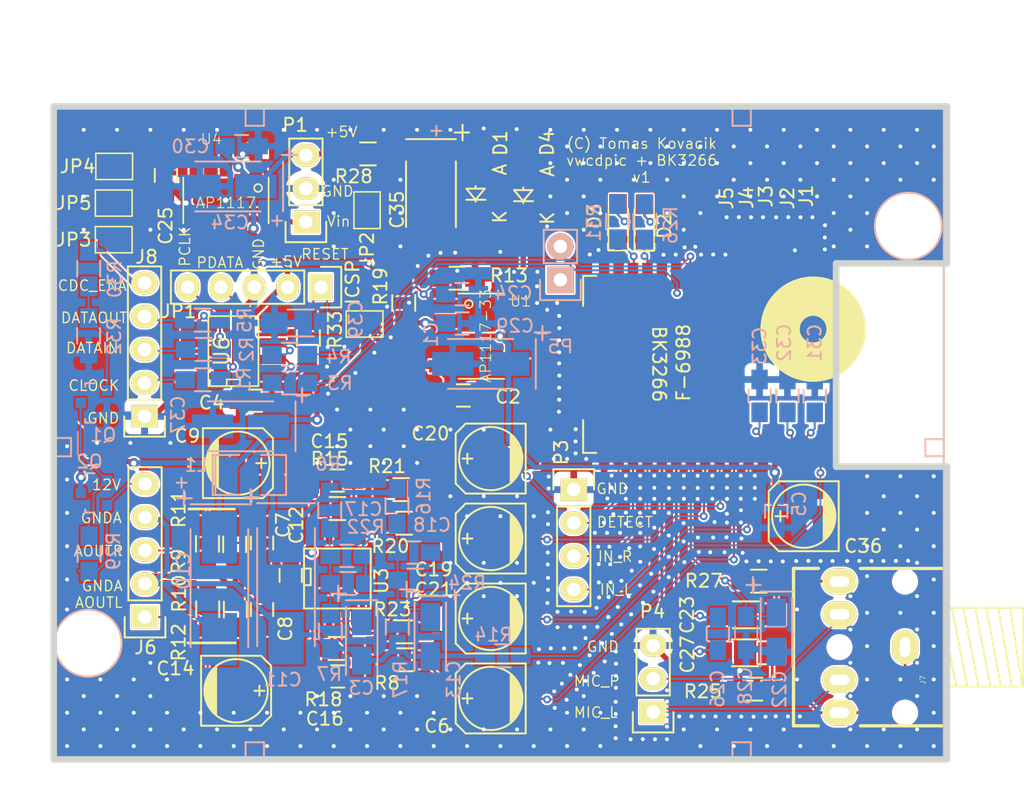
<source format=kicad_pcb>
(kicad_pcb (version 20211014) (generator pcbnew)
  (title_block (date "25 feb 2014"))
  (layers (0 "F.Cu" signal "Front") (31 "B.Cu" signal "Back") (34 "B.Paste" user) (35 "F.Paste" user) (36 "B.SilkS" user "B.Silkscreen") (37 "F.SilkS" user "F.Silkscreen") (38 "B.Mask" user) (39 "F.Mask" user) (44 "Edge.Cuts" user))
  (net 0 "")
  (net 1 "+5V")
  (net 2 "/DataOut")
  (net 3 "GND")
  (net 4 "+12V")
  (net 5 "/S{slash}R_R")
  (net 6 "+BATT")
  (net 7 "/BTOUTL")
  (net 8 "/BTOUTR")
  (net 9 "/AOUTL")
  (net 10 "/AOUTR")
  (net 11 "GNDA")
  (net 12 "+12C")
  (net 13 "/DataIn")
  (net 14 "/Clock")
  (net 15 "Net-(C19-Pad1)")
  (net 16 "Net-(C21-Pad1)")
  (net 17 "/MIC_BIAS")
  (net 18 "/CDC_ENA_12V")
  (net 19 "/BTOUTRN")
  (net 20 "/BTOUTLN")
  (net 21 "/MICP")
  (net 22 "/MIC_IN_P")
  (net 23 "/MICN")
  (net 24 "/MIC_IN_N")
  (net 25 "/LED_R")
  (net 26 "/S{slash}R")
  (net 27 "/LED")
  (net 29 "/IN_DETECT")
  (net 30 "/INR")
  (net 31 "/INL")
  (net 33 "Net-(J1-Pad1)")
  (net 34 "Net-(J2-Pad1)")
  (net 35 "Net-(J3-Pad1)")
  (net 36 "Net-(J4-Pad1)")
  (net 37 "Net-(J5-Pad1)")
  (net 38 "Net-(C6-Pad1)")
  (net 39 "Net-(C20-Pad1)")
  (net 41 "/PCLK")
  (net 42 "/PDATA")
  (net 43 "/RESET")
  (net 44 "/RX_BT")
  (net 45 "/TX_BT")
  (net 46 "/MUTE")
  (net 55 "/AGND")
  (net 56 "/VGNDB")
  (net 57 "/RC_B_OUT")
  (net 58 "/RC_A_OUT")
  (net 59 "/OA_B_OUT")
  (net 60 "/VGNDA")
  (net 61 "/OA_A_OUT")
  (net 62 "/OA_B_IN_N")
  (net 63 "/OA_A_IN_N")
  (net 64 "/OA_B_IN_P")
  (net 65 "/OA_A_IN_P")
  (net 66 "/TX_PIC")
  (net 67 "/RX_PIC")
  (net 68 "/GP2_PIC")
  (net 69 "/ADJ")
  (net 70 "/VBUS")
  (net 71 "/VCC3SYS")
  (net 72 "/VCC3IO")
  (net 73 "/4V3")
  (net 74 "/filt_5v")
  (net 75 "/12Vin")
  (net 76 "/MIC_IN_L_ALT")
  (net 77 "Net-(C2-Pad1)")
  (net 78 "Net-(C25-Pad1)")
  (net 79 "/MIC_IN_P_ALT")
  (net 80 "Net-(Q1-Pad3)")
  (net 81 "Net-(Q1-Pad1)")
  (footprint "Capacitors_SMD.pretty:c_elec_5x5.8" (layer "F.Cu") (at 89.4318 78.9178 180)
    (fp_text reference "C6")
    (fp_text value "1m/16V")
  )
  (footprint "Capacitors_SMD.pretty:c_elec_5x5.8" (layer "F.Cu") (at 70.17 60.98)
    (fp_text reference "C9")
    (fp_text value "4.7m/25V")
  )
  (footprint "Resistors_SMD.pretty:R_0805_HandSoldering" (layer "F.Cu") (at 82.9078 75.9714)
    (fp_text reference "R8")
    (fp_text value "2k2")
  )
  (footprint "Resistors_SMD.pretty:R_0805_HandSoldering" (layer "F.Cu") (at 67.8672 72.1144 -90)
    (fp_text reference "R10")
    (fp_text value "39R")
  )
  (footprint "Resistors_SMD.pretty:R_0805_HandSoldering" (layer "F.Cu") (at 69.92 67.17 90)
    (fp_text reference "R11")
    (fp_text value "47k")
  )
  (footprint "Resistors_SMD.pretty:R_0805_HandSoldering" (layer "F.Cu") (at 77.7478 64.4398 180)
    (fp_text reference "R15")
    (fp_text value "47k")
  )
  (footprint "SMD_Packages:SOIC-8-N" (layer "F.Cu") (at 77.7478 69.7738)
    (fp_text reference "U3")
    (fp_text value "TL072")
  )
  (footprint "Capacitors_SMD.pretty:C_0805_HandSoldering" (layer "F.Cu") (at 77.7516 62.3062)
    (fp_text reference "C15")
    (fp_text value "33p")
  )
  (footprint "Capacitors_SMD.pretty:C_0805_HandSoldering" (layer "F.Cu") (at 77.777 77.2414)
    (fp_text reference "C16")
    (fp_text value "33p")
  )
  (footprint "Capacitors_SMD.pretty:c_elec_5x5.8" (layer "F.Cu") (at 89.4318 60.6298 180)
    (fp_text reference "C20")
    (fp_text value "1m/16V")
  )
  (footprint "Resistors_SMD.pretty:R_0805_HandSoldering" (layer "F.Cu") (at 77.6678 75.1078 180)
    (fp_text reference "R18")
    (fp_text value "47k")
  )
  (footprint "Resistors_SMD.pretty:R_0805_HandSoldering" (layer "F.Cu") (at 82.603 62.992)
    (fp_text reference "R21")
    (fp_text value "2k2")
  )
  (footprint "Resistors_SMD.pretty:R_0805_HandSoldering" (layer "F.Cu") (at 82.857 73.8378 180)
    (fp_text reference "R23")
    (fp_text value "2k2")
  )
  (footprint "Capacitors_SMD.pretty:C_0805_HandSoldering" (layer "F.Cu") (at 72.0074 67.0636 -90)
    (fp_text reference "C7")
    (fp_text value "100n")
  )
  (footprint "Capacitors_SMD.pretty:C_0805_HandSoldering" (layer "F.Cu") (at 72.0074 72.1436 90)
    (fp_text reference "C8")
    (fp_text value "100n")
  )
  (footprint "Pin_Headers.pretty:Pin_Header_Straight_1x04" (layer "F.Cu") (at 95.758 62.992)
    (fp_text reference "P3")
    (fp_text value "AUX" hide)
  )
  (footprint "Resistors_SMD.pretty:R_0805_HandSoldering" (layer "F.Cu") (at 67.85 67.13 90)
    (fp_text reference "R9")
    (fp_text value "39R")
  )
  (footprint "Resistors_SMD.pretty:R_0805_HandSoldering" (layer "F.Cu") (at 69.9754 72.1436 -90)
    (fp_text reference "R12")
    (fp_text value "47k")
  )
  (footprint "Capacitors_SMD.pretty:c_elec_5x5.8" (layer "F.Cu") (at 89.4318 66.7258 180)
    (fp_text reference "C19")
    (fp_text value "1m/16V")
  )
  (footprint "Capacitors_SMD.pretty:c_elec_5x5.8" (layer "F.Cu") (at 70.03 78.3336)
    (fp_text reference "C14")
    (fp_text value "4.7m/25V")
  )
  (footprint "Capacitors_SMD.pretty:C_0805_HandSoldering" (layer "F.Cu") (at 71.51022 56.21961 180)
    (fp_text reference "C4")
    (fp_text value "100n")
  )
  (footprint "LEDs:LED_0805_HandSoldering" (layer "F.Cu") (at 99.1516 42.572 90)
    (fp_text reference "D3")
    (fp_text value "LED")
  )
  (footprint "Capacitors_SMD.pretty:C_1206_HandSoldering" (layer "F.Cu") (at 108.8202 75.438)
    (fp_text reference "C27")
    (fp_text value "1u/10V")
  )
  (footprint "Capacitors_SMD.pretty:C_1206_HandSoldering" (layer "F.Cu") (at 108.871 72.5424)
    (fp_text reference "C23")
    (fp_text value "1u/10V")
  )
  (footprint "Resistors_SMD.pretty:R_0805_HandSoldering" (layer "F.Cu") (at 109.5314 78.2066)
    (fp_text reference "R25")
    (fp_text value "1k")
  )
  (footprint "Resistors_SMD.pretty:R_0805_HandSoldering" (layer "F.Cu") (at 109.8616 69.977 180)
    (fp_text reference "R27")
    (fp_text value "1k")
  )
  (footprint "Resistors_SMD.pretty:R_0805_HandSoldering" (layer "F.Cu") (at 82.8354 65.5574 180)
    (fp_text reference "R20")
    (fp_text value "2k2")
  )
  (footprint "LEDs:LED_0805_HandSoldering" (layer "F.Cu") (at 101.1328 42.5974 90)
    (fp_text reference "D2")
    (fp_text value "LED")
  )
  (footprint "Pin_Headers.pretty:Pin_Header_Straight_1x05" (layer "F.Cu") (at 76.49402 47.55821 -90)
    (fp_text reference "P2" hide)
    (fp_text value "ICSP")
  )
  (footprint "Capacitors_SMD.pretty:C_0805_HandSoldering" (layer "F.Cu") (at 74.1918 69.5398 -90)
    (fp_text reference "C12")
    (fp_text value "100n")
  )
  (footprint "Resistors_SMD.pretty:R_0805_HandSoldering" (layer "F.Cu") (at 82.804 48.768 -90)
    (fp_text reference "R19")
    (fp_text value "10k")
  )
  (footprint "Capacitors_SMD.pretty:C_0805_HandSoldering" (layer "F.Cu") (at 64.68491 39.04361 -90)
    (fp_text reference "C25")
    (fp_text value "100n")
  )
  (footprint "Pin_Headers.pretty:Pin_Header_Straight_1x03" (layer "F.Cu") (at 101.8098 79.9592 180)
    (fp_text reference "P4")
    (fp_text value "MIC_ALT")
  )
  (footprint "Jumper:SolderJumper-2_P1.3mm_Open_TrianglePad1.0x1.5mm" (layer "F.Cu") (at 79.82 50.37)
    (fp_text reference "JP1")
    (fp_text value "Jumper_NO_Small" hide)
  )
  (footprint "Jumper:SolderJumper-2_P1.3mm_Open_TrianglePad1.0x1.5mm" (layer "F.Cu") (at 60.706 43.942)
    (fp_text reference "JP3")
    (fp_text value "Jumper_NO_Small" hide)
  )
  (footprint "Resistors_SMD.pretty:R_0805_HandSoldering" (layer "F.Cu") (at 80.07671 37.39821)
    (fp_text reference "R28")
    (fp_text value "10")
  )
  (footprint "Capacitors_SMD.pretty:C_0805_HandSoldering" (layer "F.Cu") (at 87.345518 55.817502)
    (fp_text reference "C2")
    (fp_text value "100n")
  )
  (footprint "modules:1pin_smd" (layer "F.Cu") (at 108.966 43.434 90)
    (fp_text reference "J4")
    (fp_text value "TDO")
  )
  (footprint "bluetooth:F-6988" (layer "F.Cu") (at 96.474 46.697 -90)
    (fp_text reference "U5" hide)
    (fp_text value "F-6988")
  )
  (footprint "Pin_Headers.pretty:Pin_Header_Straight_1x05" (layer "F.Cu") (at 63.092 72.7148 180)
    (fp_text reference "J6")
    (fp_text value "AUDIO")
  )
  (footprint "modules:1pin_smd" (layer "F.Cu") (at 113.538 43.434 90)
    (fp_text reference "J1")
    (fp_text value "Ant")
  )
  (footprint "jacks:3.5mm_stereo_jack_PJ306M" (layer "F.Cu") (at 121.0056 75.0062 -90)
    (fp_text reference "J7")
    (fp_text value "3.5mmjack" hide)
  )
  (footprint "Jumper:SolderJumper-2_P1.3mm_Open_TrianglePad1.0x1.5mm" (layer "F.Cu") (at 60.706 41.148)
    (fp_text reference "JP5")
    (fp_text value "Jumper_NO_Small" hide)
  )
  (footprint "modules:1pin_smd" (layer "F.Cu") (at 107.442 43.434 90)
    (fp_text reference "J5")
    (fp_text value "TDI")
  )
  (footprint "Pin_Headers.pretty:Pin_Header_Straight_1x05" (layer "F.Cu") (at 63.05491 57.40801 180)
    (fp_text reference "J8")
    (fp_text value "CDC")
  )
  (footprint "Capacitors_SMD.pretty:c_elec_5x5.8" (layer "F.Cu") (at 89.4318 72.8218 180)
    (fp_text reference "C21")
    (fp_text value "1m/16V")
  )
  (footprint "modules:AB2_SOT223" (layer "F.Cu") (at 69.25691 40.94861 180)
    (fp_text reference "U4")
    (fp_text value "AP1117")
  )
  (footprint "Capacitors_SMD.pretty:c_elec_5x5.8" (layer "F.Cu") (at 113.284 65.024 180)
    (fp_text reference "C36")
    (fp_text value "100m/25V")
  )
  (footprint "modules:AB2_SOT223" (layer "F.Cu") (at 88.717118 51.296302 -90)
    (fp_text reference "U1")
    (fp_text value "AP1117-33")
  )
  (footprint "Diodes_SMD.pretty:MiniMELF_Handsoldering" (layer "F.Cu") (at 88.27711 40.39541 90)
    (fp_text reference "D1")
    (fp_text value "NP(1N4148)")
  )
  (footprint "Diodes_SMD.pretty:MiniMELF_Handsoldering" (layer "F.Cu") (at 91.90931 40.50463 90)
    (fp_text reference "D4")
    (fp_text value "(NP)1N4148")
  )
  (footprint "Resistors_SMD.pretty:R_0805_HandSoldering" (layer "F.Cu") (at 86.888318 46.876702)
    (fp_text reference "R13")
    (fp_text value "1k")
  )
  (footprint "Resistors_SMD.pretty:R_0805_HandSoldering" (layer "F.Cu") (at 75.5396 51.435 90)
    (fp_text reference "R33")
    (fp_text value "10k")
  )
  (footprint "Jumper:SolderJumper-2_P1.3mm_Open_TrianglePad1.0x1.5mm" (layer "F.Cu") (at 80.01 41.693 -90)
    (fp_text reference "JP2")
    (fp_text value "Jumper_NO_Small" hide)
  )
  (footprint "Pin_Headers.pretty:Pin_Header_Straight_1x03" (layer "F.Cu") (at 75.34851 42.57981 180)
    (fp_text reference "P1")
    (fp_text value "7805")
  )
  (footprint "modules:1pin_smd" (layer "F.Cu") (at 110.49 43.434 90)
    (fp_text reference "J3")
    (fp_text value "TCK")
  )
  (footprint "Capacitors_Tantalum_SMD.pretty:TantalC_SizeB_EIA-3528_HandSoldering" (layer "F.Cu") (at 84.87986 40.47228 -90)
    (fp_text reference "C35")
    (fp_text value "22u/10V")
  )
  (footprint "modules:1pin_smd" (layer "F.Cu") (at 112.014 43.434 90)
    (fp_text reference "J2")
    (fp_text value "TMS")
  )
  (footprint "modules:SOIC-8-W_long_pads" (layer "F.Cu") (at 69.825 52.43501 90)
    (fp_text reference "U6")
    (fp_text value "PIC12F629-ISN" hide)
  )
  (footprint "Jumper:SolderJumper-2_P1.3mm_Open_TrianglePad1.0x1.5mm" (layer "F.Cu") (at 60.743 38.354)
    (fp_text reference "JP4")
    (fp_text value "Jumper_NO_Small" hide)
  )
  (footprint "Resistors_SMD.pretty:R_0805_HandSoldering" (layer "B.Cu") (at 82.2906 64.2366 90)
    (fp_text reference "R16")
    (fp_text value "100k")
  )
  (footprint "Capacitors_SMD.pretty:C_0805_HandSoldering" (layer "B.Cu") (at 83.586 67.7926 180)
    (fp_text reference "C18")
    (fp_text value "33p")
  )
  (footprint "Resistors_SMD.pretty:R_0805_HandSoldering" (layer "B.Cu") (at 78.5606 70.1548)
    (fp_text reference "R22")
    (fp_text value "47k")
  )
  (footprint "Resistors_SMD.pretty:R_0805_HandSoldering" (layer "B.Cu") (at 83.6914 69.9008)
    (fp_text reference "R24")
    (fp_text value "47k")
  )
  (footprint "Capacitors_SMD:C_0805_HandSoldering" (layer "B.Cu") (at 108.8964 73.914 -90)
    (fp_text reference "C28")
    (fp_text value "100n")
  )
  (footprint "Capacitors_Tantalum_SMD.pretty:TantalC_SizeA_EIA-3216_Wave" (layer "B.Cu") (at 84.82551 74.20483 -90)
    (fp_text reference "C13")
    (fp_text value "4u7/10V")
  )
  (footprint "Resistors_SMD.pretty:R_0805_HandSoldering" (layer "B.Cu") (at 99.1008 42.5542 90)
    (fp_text reference "R31")
    (fp_text value "1k")
  )
  (footprint "Resistors_SMD.pretty:R_0805_HandSoldering" (layer "B.Cu") (at 101.1836 42.572 90)
    (fp_text reference "R26")
    (fp_text value "1k")
  )
  (footprint "Capacitors_SMD.pretty:C_0805_HandSoldering" (layer "B.Cu") (at 111.19 64.65 -90)
    (fp_text reference "C5")
    (fp_text value "100n")
  )
  (footprint "Resistors_SMD.pretty:R_0805_HandSoldering" (layer "B.Cu") (at 82.316 73.4606 90)
    (fp_text reference "R17")
    (fp_text value "100k")
  )
  (footprint "Capacitors_SMD.pretty:C_0805_HandSoldering" (layer "B.Cu") (at 106.7374 73.9848 -90)
    (fp_text reference "C26")
    (fp_text value "10n")
  )
  (footprint "Capacitors_Tantalum_SMD.pretty:TantalC_SizeA_EIA-3216_Wave" (layer "B.Cu") (at 111.2078 73.8632 -90)
    (fp_text reference "C22")
    (fp_text value "4u7/10V")
  )
  (footprint "SMD_Packages.pretty:SMD-1210_Pol" (layer "B.Cu") (at 71.0422 61.87948)
    (fp_text reference "L1")
    (fp_text value "330u")
  )
  (footprint "Capacitors_Tantalum_SMD.pretty:TantalC_SizeD_EIA-7343_HandSoldering" (layer "B.Cu") (at 73.8362 70.43674 -90)
    (fp_text reference "C11")
    (fp_text value "100u/16V")
  )
  (footprint "Capacitors_Tantalum_SMD.pretty:TantalC_SizeD_EIA-7343_HandSoldering" (layer "B.Cu") (at 68.7562 70.51548 -90)
    (fp_text reference "C10")
    (fp_text value "100u/16V")
  )
  (footprint "Capacitors_SMD.pretty:C_0805_HandSoldering" (layer "B.Cu") (at 78.4644 68.0466 180)
    (fp_text reference "C17")
    (fp_text value "33p")
  )
  (footprint "Resistors_SMD.pretty:R_0805_HandSoldering" (layer "B.Cu") (at 74.1134 52.6796 180)
    (fp_text reference "R4")
    (fp_text value "NP_1k")
  )
  (footprint "Resistors_SMD.pretty:R_0805_HandSoldering" (layer "B.Cu") (at 67.539 52.30801 180)
    (fp_text reference "R2")
    (fp_text value "3k3")
  )
  (footprint "Resistors_SMD.pretty:R_0805_HandSoldering" (layer "B.Cu") (at 58.79 51.27 90)
    (fp_text reference "R32")
    (fp_text value "1k")
  )
  (footprint "Capacitors_SMD.pretty:C_0805_HandSoldering" (layer "B.Cu") (at 109.92 55.85 90)
    (fp_text reference "C33")
    (fp_text value "100n")
  )
  (footprint "TO_SOT_Packages_SMD.pretty:SOT-23" (layer "B.Cu") (at 59.182 56.388 -90)
    (fp_text reference "Q1")
    (fp_text value "BSS138")
  )
  (footprint "Resistors_SMD.pretty:R_0805_HandSoldering" (layer "B.Cu") (at 77.1636 64.563 90)
    (fp_text reference "R6")
    (fp_text value "100k")
  )
  (footprint "Capacitors_Tantalum_SMD.pretty:TantalC_SizeA_EIA-3216_Wave" (layer "B.Cu") (at 79.602 74.5236 -90)
    (fp_text reference "C3")
    (fp_text value "4u7/10V")
  )
  (footprint "Resistors_SMD.pretty:R_0805_HandSoldering" (layer "B.Cu") (at 74.1388 54.864 180)
    (fp_text reference "R3")
    (fp_text value "1k")
  )
  (footprint "Capacitors_SMD.pretty:C_0805_HandSoldering" (layer "B.Cu") (at 87.243918 48.095902 180)
    (fp_text reference "C24")
    (fp_text value "100n")
  )
  (footprint "Capacitors_Tantalum_SMD.pretty:TantalC_SizeB_EIA-3528_HandSoldering" (layer "B.Cu") (at 70.358 58.166 180)
    (fp_text reference "C37")
    (fp_text value "22u/10V")
  )
  (footprint "Pin_Headers.pretty:Pin_Header_Straight_1x02" (layer "B.Cu") (at 94.742 46.995)
    (fp_text reference "P5")
    (fp_text value "SERIAL")
  )
  (footprint "Resistors_SMD.pretty:R_0805_HandSoldering" (layer "B.Cu") (at 77.2144 73.787 90)
    (fp_text reference "R7")
    (fp_text value "100k")
  )
  (footprint "Capacitors_SMD.pretty:C_0805_HandSoldering" (layer "B.Cu") (at 87.243918 50.331102)
    (fp_text reference "C29")
    (fp_text value "100n")
  )
  (footprint "Capacitors_SMD.pretty:C_1206_HandSoldering" (layer "B.Cu") (at 74.9554 50.292 180)
    (fp_text reference "C39")
    (fp_text value "2u2")
  )
  (footprint "Capacitors_Tantalum_SMD.pretty:TantalC_SizeB_EIA-3528_HandSoldering" (layer "B.Cu") (at 88.666988 53.410852 180)
    (fp_text reference "C1")
    (fp_text value "22u/10V")
  )
  (footprint "Resistors_SMD.pretty:R_0805_HandSoldering" (layer "B.Cu") (at 90.35 75.6666 180)
    (fp_text reference "R14")
    (fp_text value "NP")
  )
  (footprint "Resistors_SMD.pretty:R_0805_HandSoldering" (layer "B.Cu") (at 67.4882 54.61941 180)
    (fp_text reference "R1")
    (fp_text value "3k3")
  )
  (footprint "Resistors_SMD.pretty:R_0805_HandSoldering" (layer "B.Cu") (at 67.4628 50.07281 180)
    (fp_text reference "R5")
    (fp_text value "3k3")
  )
  (footprint "Capacitors_Tantalum_SMD.pretty:TantalC_SizeB_EIA-3528_HandSoldering" (layer "B.Cu") (at 69.40931 39.88181 180)
    (fp_text reference "C34")
    (fp_text value "22u/10V")
  )
  (footprint "Capacitors_SMD.pretty:C_0805_HandSoldering" (layer "B.Cu") (at 114.1249 55.86 90)
    (fp_text reference "C31")
    (fp_text value "100n")
  )
  (footprint "Resistors_SMD.pretty:R_0805_HandSoldering" (layer "B.Cu") (at 58.83 67.9 90)
    (fp_text reference "R29")
    (fp_text value "1k")
  )
  (footprint "Capacitors_SMD.pretty:C_0805_HandSoldering" (layer "B.Cu") (at 112.0421 55.8546 90)
    (fp_text reference "C32")
    (fp_text value "100n")
  )
  (footprint "Resistors_SMD.pretty:R_0805_HandSoldering" (layer "B.Cu") (at 58.8 46.15 -90)
    (fp_text reference "R30")
    (fp_text value "1k")
  )
  (footprint "Capacitors_SMD.pretty:C_0805_HandSoldering" (layer "B.Cu") (at 70.45071 36.80841)
    (fp_text reference "C30")
    (fp_text value "100n")
  )
  (footprint "Housings_SOT-23_SOT-143_TSOT-6.pretty:SOT-23" (layer "B.Cu") (at 59.182 63.246 -90)
    (fp_text reference "Q2")
    (fp_text value "PMV65XPE")
  )
  (footprint "pcb_outline_for_boxes:KM21" (layer "B.Cu") (at 55.1035 31.4057)
    (fp_text reference "H1")
    (fp_text value "MountingHole")
  )
  (gr_line (start 66.44 64.47) (end 69.91 64.48) (layer "F.SilkS") (width 0.2))
  (gr_line (start 66.36 74.69) (end 69.97 74.68) (layer "F.SilkS") (width 0.2))
  (gr_line (start 56.134 83.566) (end 124.206 83.566) (layer "Edge.Cuts") (width 0.5))
  (gr_line (start 115.7505 61.2448) (end 124.206 61.2448) (layer "Edge.Cuts") (width 0.5))
  (gr_line (start 124.206 83.566) (end 124.206 61.2448) (layer "Edge.Cuts") (width 0.5))
  (gr_line (start 124.206 45.7508) (end 115.7505 45.7508) (layer "Edge.Cuts") (width 0.5))
  (gr_line (start 124.206 45.7508) (end 124.206 33.782) (layer "Edge.Cuts") (width 0.5))
  (gr_line (start 115.7505 61.2448) (end 115.7505 45.7508) (layer "Edge.Cuts") (width 0.5))
  (gr_line (start 124.206 33.782) (end 56.134 33.782) (layer "Edge.Cuts") (width 0.5))
  (gr_line (start 56.134 33.782) (end 56.134 83.566) (layer "Edge.Cuts") (width 0.5))
  (gr_text "AOUTL" (at 59.57 71.61) (layer "F.SilkS") (effects (font (size 0.8 0.8) (thickness 0.1))))
  (gr_text "GND" (at 77.76 40.25) (layer "F.SilkS") (effects (font (size 0.8 0.8) (thickness 0.1))))
  (gr_text "CLOCK" (at 59.2 55.06) (layer "F.SilkS") (effects (font (size 0.8 0.8) (thickness 0.1))))
  (gr_text "MIC_P" (at 97.51 77.6) (layer "F.SilkS") (effects (font (size 0.8 0.8) (thickness 0.1))))
  (gr_text "GND" (at 97.98 74.97) (layer "F.SilkS") (effects (font (size 0.8 0.8) (thickness 0.1))))
  (gr_text "12V" (at 60.16 62.63) (layer "F.SilkS") (effects (font (size 0.8 0.8) (thickness 0.1))))
  (gr_text "CDC_ENA" (at 59.07 47.44) (layer "F.SilkS") (effects (font (size 0.8 0.8) (thickness 0.1))))
  (gr_text "DATAIN" (at 59.07 52.2) (layer "F.SilkS") (effects (font (size 0.8 0.8) (thickness 0.1))))
  (gr_text "IN_R" (at 98.91 68.1) (layer "F.SilkS") (effects (font (size 0.8 0.8) (thickness 0.1))))
  (gr_text "AOUTR" (at 59.55 67.68) (layer "F.SilkS") (effects (font (size 0.8 0.8) (thickness 0.1))))
  (gr_text "(C) Tomas Kovacik\nvwcdpic + BK3266\nv1" (at 100.9396 37.8968) (layer "F.SilkS") (effects (font (size 0.8 0.8) (thickness 0.1))))
  (gr_text "IN_L" (at 98.98 70.61) (layer "F.SilkS") (effects (font (size 0.8 0.8) (thickness 0.1))))
  (gr_text "GND" (at 59.91 57.55) (layer "F.SilkS") (effects (font (size 0.8 0.8) (thickness 0.1))))
  (gr_text "+5V" (at 78.07 35.72) (layer "F.SilkS") (effects (font (size 0.8 0.8) (thickness 0.1))))
  (gr_text "DATAOUT" (at 59.21 49.9) (layer "F.SilkS") (effects (font (size 0.8 0.8) (thickness 0.1))))
  (gr_text "RESET" (at 76.8 45.05) (layer "F.SilkS") (effects (font (size 0.8 0.8) (thickness 0.1))))
  (gr_text "GND" (at 98.7 62.93) (layer "F.SilkS") (effects (font (size 0.8 0.8) (thickness 0.1))))
  (gr_text "Vin" (at 77.84 42.54) (layer "F.SilkS") (effects (font (size 0.8 0.8) (thickness 0.1))))
  (gr_text "GNDA" (at 59.76 65.15) (layer "F.SilkS") (effects (font (size 0.8 0.8) (thickness 0.1))))
  (gr_text "+5V" (at 73.84 45.61) (layer "F.SilkS") (effects (font (size 0.8 0.8) (thickness 0.1))))
  (gr_text "PCLK" (at 66.13 44.47 90) (layer "F.SilkS") (effects (font (size 0.8 0.8) (thickness 0.1))))
  (gr_text "DETECT" (at 99.65 65.48) (layer "F.SilkS") (effects (font (size 0.8 0.8) (thickness 0.1))))
  (gr_text "GND" (at 71.75 45.03 90) (layer "F.SilkS") (effects (font (size 0.8 0.8) (thickness 0.1))))
  (gr_text "GNDA" (at 59.83 70.34) (layer "F.SilkS") (effects (font (size 0.8 0.8) (thickness 0.1))))
  (gr_text "MIC_L" (at 97.44 79.99) (layer "F.SilkS") (effects (font (size 0.8 0.8) (thickness 0.1))))
  (gr_text "PDATA" (at 68.8 45.69) (layer "F.SilkS") (effects (font (size 0.8 0.8) (thickness 0.1))))
  (segment (start 74.8688 53.9092) (end 74.8688 53.4558) (width 0.4) (layer "F.Cu") (net 1))
  (segment (start 72.825 54.34001) (end 71.39402 54.34001) (width 0.4) (layer "F.Cu") (net 1))
  (segment (start 71.39402 54.34001) (end 71.24162 54.18761) (width 0.4) (layer "F.Cu") (net 1))
  (segment (start 69.86211 38.04861) (end 70.19671 38.38321) (width 0.4) (layer "F.Cu") (net 1))
  (segment (start 72.76022 56.21961) (end 72.76022 54.40479) (width 0.4) (layer "F.Cu") (net 1))
  (segment (start 75.45011 37.39821) (end 75.34851 37.49981) (width 0.4) (layer "F.Cu") (net 1))
  (segment (start 74.43799 54.34001) (end 74.8688 53.9092) (width 0.4) (layer "F.Cu") (net 1))
  (segment (start 78.72671 37.39821) (end 75.45011 37.39821) (width 0.4) (layer "F.Cu") (net 1))
  (segment (start 71.24162 49.79341) (end 73.47682 47.55821) (width 0.4) (layer "F.Cu") (net 1))
  (segment (start 71.24162 54.18761) (end 71.24162 49.79341) (width 0.4) (layer "F.Cu") (net 1))
  (segment (start 69.25691 43.84861) (end 70.58991 43.84861) (width 0.4) (layer "F.Cu") (net 1))
  (segment (start 71.36071 43.07781) (end 71.36071 43.49421) (width 0.4) (layer "F.Cu") (net 1))
  (segment (start 70.58991 43.84861) (end 71.36071 43.07781) (width 0.4) (layer "F.Cu") (net 1))
  (segment (start 74.8688 53.4558) (end 75.5396 52.785) (width 0.4) (layer "F.Cu") (net 1))
  (segment (start 69.25691 38.04861) (end 69.86211 38.04861) (width 0.4) (layer "F.Cu") (net 1))
  (segment (start 72.825 54.34001) (end 74.43799 54.34001) (width 0.4) (layer "F.Cu") (net 1))
  (segment (start 71.36071 43.49421) (end 73.95402 46.08752) (width 0.4) (layer "F.Cu") (net 1))
  (segment (start 73.95402 46.08752) (end 73.95402 47.55821) (width 0.4) (layer "F.Cu") (net 1))
  (segment (start 72.76022 54.40479) (end 72.825 54.34001) (width 0.4) (layer "F.Cu") (net 1))
  (via (at 70.19671 38.38321) (size 0.8) (drill 0.4) (layers "F.Cu" "B.Cu") (net 1))
  (via (at 71.36071 43.07781) (size 0.8) (drill 0.4) (layers "F.Cu" "B.Cu") (net 1))
  (segment (start 71.36071 40.05639) (end 71.53529 39.88181) (width 0.4) (layer "B.Cu") (net 1))
  (segment (start 70.19671 38.38321) (end 71.53529 39.84879) (width 0.4) (layer "B.Cu") (net 1))
  (segment (start 73.91729 37.49981) (end 75.34851 37.49981) (width 0.4) (layer "B.Cu") (net 1))
  (segment (start 69.20071 37.38721) (end 70.19671 38.38321) (width 0.4) (layer "B.Cu") (net 1))
  (segment (start 69.20071 36.80841) (end 69.20071 37.38721) (width 0.4) (layer "B.Cu") (net 1))
  (segment (start 71.36071 43.07781) (end 71.36071 40.05639) (width 0.4) (layer "B.Cu") (net 1))
  (segment (start 71.53529 39.84879) (end 71.53529 39.88181) (width 0.4) (layer "B.Cu") (net 1))
  (segment (start 71.53529 39.88181) (end 73.91729 37.49981) (width 0.4) (layer "B.Cu") (net 1))
  (segment (start 63.3226 50.07281) (end 63.1194 49.86961) (width 0.15) (layer "B.Cu") (net 2))
  (segment (start 66.1128 50.07281) (end 63.3226 50.07281) (width 0.15) (layer "B.Cu") (net 2))
  (segment (start 101.8098 74.8792) (end 105.1372 78.2066) (width 0.4) (layer "F.Cu") (net 3))
  (segment (start 70.47962 53.861558) (end 70.47962 53.62881) (width 0.4) (layer "F.Cu") (net 3))
  (segment (start 64.68491 40.29361) (end 65.35071 40.29361) (width 0.4) (layer "F.Cu") (net 3))
  (segment (start 73.54811 40.03981) (end 71.55691 38.04861) (width 0.4) (layer "F.Cu") (net 3))
  (segment (start 71.41402 47.55821) (end 71.41402 48.32561) (width 0.4) (layer "F.Cu") (net 3))
  (segment (start 70.26022 56.21961) (end 70.47422 56.00561) (width 0.4) (layer "F.Cu") (net 3))
  (segment (start 66.825 54.34001) (end 70.42342 54.34001) (width 0.4) (layer "F.Cu") (net 3))
  (segment (start 99.1516 43.922) (end 101.1074 43.922) (width 0.4) (layer "F.Cu") (net 3))
  (segment (start 70.52251 37.41361) (end 70.92191 37.41361) (width 0.4) (layer "F.Cu") (net 3))
  (segment (start 70.47422 56.00561) (end 70.47422 53.866958) (width 0.4) (layer "F.Cu") (net 3))
  (segment (start 71.41402 48.32561) (end 70.47962 49.26001) (width 0.4) (layer "F.Cu") (net 3))
  (segment (start 70.92191 37.41361) (end 71.55691 38.04861) (width 0.4) (layer "F.Cu") (net 3))
  (segment (start 95.758 62.992) (end 95.758 62.513) (width 0.4) (layer "F.Cu") (net 3))
  (segment (start 70.47962 54.28381) (end 70.47962 53.861558) (width 0.4) (layer "F.Cu") (net 3))
  (segment (start 101.1074 43.922) (end 101.1328 43.9474) (width 0.4) (layer "F.Cu") (net 3))
  (segment (start 63.757 57.40801) (end 66.825 54.34001) (width 0.4) (layer "F.Cu") (net 3))
  (segment (start 63.1194 57.48961) (end 63.76611 57.48961) (width 0.4) (layer "F.Cu") (net 3))
  (segment (start 108.4138 76.7947) (end 108.4138 77.9742) (width 0.4) (layer "F.Cu") (net 3))
  (segment (start 105.1372 78.2066) (end 108.1814 78.2066) (width 0.4) (layer "F.Cu") (net 3))
  (segment (start 70.42342 54.34001) (end 70.47962 54.28381) (width 0.4) (layer "F.Cu") (net 3))
  (segment (start 70.47422 53.866958) (end 70.47962 53.861558) (width 0.4) (layer "F.Cu") (net 3))
  (segment (start 70.47962 49.26001) (end 70.47962 53.62881) (width 0.4) (layer "F.Cu") (net 3))
  (segment (start 75.34851 40.03981) (end 73.54811 40.03981) (width 0.4) (layer "F.Cu") (net 3))
  (segment (start 65.35071 40.29361) (end 66.20451 41.14741) (width 0.4) (layer "F.Cu") (net 3))
  (segment (start 69.99791 40.20761) (end 71.55691 38.64861) (width 0.4) (layer "F.Cu") (net 3))
  (segment (start 63.05491 57.40801) (end 63.757 57.40801) (width 0.4) (layer "F.Cu") (net 3))
  (segment (start 71.55691 38.64861) (end 71.55691 38.04861) (width 0.4) (layer "F.Cu") (net 3))
  (segment (start 69.22711 40.92881) (end 69.99791 40.20761) (width 0.4) (layer "F.Cu") (net 3))
  (segment (start 108.4138 77.9742) (end 108.1814 78.2066) (width 0.4) (layer "F.Cu") (net 3))
  (via (at 95.5 77.12) (size 0.5) (drill 0.3) (layers "F.Cu" "B.Cu") (net 3))
  (via (at 101.9 61.93) (size 0.5) (drill 0.3) (layers "F.Cu" "B.Cu") (net 3))
  (via (at 98.95 79.18) (size 0.5) (drill 0.3) (layers "F.Cu" "B.Cu") (net 3))
  (via (at 81.28 35.56) (size 0.6) (drill 0.3) (layers "F.Cu" "B.Cu") (net 3))
  (via (at 66.04 43.18) (size 0.6) (drill 0.3) (layers "F.Cu" "B.Cu") (net 3))
  (via (at 103 68.12) (size 0.5) (drill 0.3) (layers "F.Cu" "B.Cu") (net 3))
  (via (at 108.49 63.7) (size 0.5) (drill 0.3) (layers "F.Cu" "B.Cu") (net 3))
  (via (at 94.31 79.64) (size 0.5) (drill 0.3) (layers "F.Cu" "B.Cu") (net 3))
  (via (at 76.2 78.74) (size 0.6) (drill 0.3) (layers "F.Cu" "B.Cu") (net 3))
  (via (at 93.734 49.285) (size 0.5) (drill 0.3) (layers "F.Cu" "B.Cu") (net 3))
  (via (at 72.39 80.01) (size 0.6) (drill 0.3) (layers "F.Cu" "B.Cu") (net 3))
  (via (at 123.19 39.37) (size 0.6) (drill 0.3) (layers "F.Cu" "B.Cu") (net 3))
  (via (at 107.32 45.08) (size 0.5) (drill 0.3) (layers "F.Cu" "B.Cu") (net 3))
  (via (at 110.37 80.31) (size 0.5) (drill 0.3) (layers "F.Cu" "B.Cu") (net 3))
  (via (at 123.19 82.55) (size 0.6) (drill 0.3) (layers "F.Cu" "B.Cu") (net 3))
  (via (at 123.19 36.83) (size 0.6) (drill 0.3) (layers "F.Cu" "B.Cu") (net 3))
  (via (at 98.48 67.35) (size 0.5) (drill 0.3) (layers "F.Cu" "B.Cu") (net 3))
  (via (at 109.27 42.23) (size 0.5) (drill 0.3) (layers "F.Cu" "B.Cu") (net 3))
  (via (at 64.77 82.55) (size 0.6) (drill 0.3) (layers "F.Cu" "B.Cu") (net 3))
  (via (at 98.39 72.71) (size 0.5) (drill 0.3) (layers "F.Cu" "B.Cu") (net 3))
  (via (at 81.28 81.28) (size 0.6) (drill 0.3) (layers "F.Cu" "B.Cu") (net 3))
  (via (at 113.03 39.37) (size 0.6) (drill 0.3) (layers "F.Cu" "B.Cu") (net 3))
  (via (at 58.42 35.56) (size 0.6) (drill 0.3) (layers "F.Cu" "B.Cu") (net 3))
  (via (at 96.56 73.48) (size 0.5) (drill 0.3) (layers "F.Cu" "B.Cu") (net 3))
  (via (at 110.49 39.37) (size 0.6) (drill 0.3) (layers "F.Cu" "B.Cu") (net 3))
  (via (at 93.8 69.73) (size 0.5) (drill 0.3) (layers "F.Cu" "B.Cu") (net 3))
  (via (at 83.2104 48.7426) (size 0.6) (drill 0.3) (layers "F.Cu" "B.Cu") (net 3))
  (via (at 108.63 67.82) (size 0.5) (drill 0.3) (layers "F.Cu" "B.Cu") (net 3))
  (via (at 116.84 40.64) (size 0.6) (drill 0.3) (layers "F.Cu" "B.Cu") (net 3))
  (via (at 95.25 60.6552) (size 0.5) (drill 0.3) (layers "F.Cu" "B.Cu") (net 3))
  (via (at 97.62 67.35) (size 0.5) (drill 0.3) (layers "F.Cu" "B.Cu") (net 3))
  (via (at 69.85 80.01) (size 0.6) (drill 0.3) (layers "F.Cu" "B.Cu") (net 3))
  (via (at 108.5 64.57) (size 0.5) (drill 0.3) (layers "F.Cu" "B.Cu") (net 3))
  (via (at 98.97 78.11) (size 0.5) (drill 0.3) (layers "F.Cu" "B.Cu") (net 3))
  (via (at 91.44 71.12) (size 0.6) (drill 0.3) (layers "F.Cu" "B.Cu") (net 3))
  (via (at 99.29 66.294) (size 0.5) (drill 0.3) (layers "F.Cu" "B.Cu") (net 3))
  (via (at 112.11 42.22) (size 0.5) (drill 0.3) (layers "F.Cu" "B.Cu") (net 3))
  (via (at 96.52 81.28) (size 0.6) (drill 0.3) (layers "F.Cu" "B.Cu") (net 3))
  (via (at 97.79 80.01) (size 0.6) (drill 0.3) (layers "F.Cu" "B.Cu") (net 3))
  (via (at 94.66 54.3) (size 0.5) (drill 0.3) (layers "F.Cu" "B.Cu") (net 3))
  (via (at 113.64 68.43) (size 0.5) (drill 0.3) (layers "F.Cu" "B.Cu") (net 3))
  (via (at 101.83 70.78) (size 0.5) (drill 0.3) (layers "F.Cu" "B.Cu") (net 3))
  (via (at 91.4146 35.5092) (size 0.6) (drill 0.3) (layers "F.Cu" "B.Cu") (net 3))
  (via (at 77.47 82.55) (size 0.6) (drill 0.3) (layers "F.Cu" "B.Cu") (net 3))
  (via (at 93.98 81.28) (size 0.6) (drill 0.3) (layers "F.Cu" "B.Cu") (net 3))
  (via (at 78.74 81.28) (size 0.6) (drill 0.3) (layers "F.Cu" "B.Cu") (net 3))
  (via (at 59.69 77.47) (size 0.6) (drill 0.3) (layers "F.Cu" "B.Cu") (net 3))
  (via (at 100.33 36.83) (size 0.6) (drill 0.3) (layers "F.Cu" "B.Cu") (net 3))
  (via (at 73.66 35.56) (size 0.6) (drill 0.3) (layers "F.Cu" "B.Cu") (net 3))
  (via (at 110.49 82.55) (size 0.6) (drill 0.3) (layers "F.Cu" "B.Cu") (net 3))
  (via (at 95.02 75.1) (size 0.5) (drill 0.3) (layers "F.Cu" "B.Cu") (net 3))
  (via (at 116.84 35.56) (size 0.6) (drill 0.3) (layers "F.Cu" "B.Cu") (net 3))
  (via (at 103.02 61.93) (size 0.5) (drill 0.3) (layers "F.Cu" "B.Cu") (net 3))
  (via (at 119.38 35.56) (size 0.6) (drill 0.3) (layers "F.Cu" "B.Cu") (net 3))
  (via (at 90.16 44.87) (size 0.5) (drill 0.3) (layers "F.Cu" "B.Cu") (net 3))
  (via (at 98.97 77.2) (size 0.5) (drill 0.3) (layers "F.Cu" "B.Cu") (net 3))
  (via (at 93.726 42.926) (size 0.6) (drill 0.3) (layers "F.Cu" "B.Cu") (net 3))
  (via (at 112.99 80.29) (size 0.5) (drill 0.3) (layers "F.Cu" "B.Cu") (net 3))
  (via (at 111.76 81.28) (size 0.6) (drill 0.3) (layers "F.Cu" "B.Cu") (net 3))
  (via (at 102.6 45.09) (size 0.5) (drill 0.3) (layers "F.Cu" "B.Cu") (net 3))
  (via (at 104.14 43.18) (size 0.6) (drill 0.3) (layers "F.Cu" "B.Cu") (net 3))
  (via (at 81.28 60.96) (size 0.6) (drill 0.3) (layers "F.Cu" "B.Cu") (net 3))
  (via (at 118.11 74.93) (size 0.6) (drill 0.3) (layers "F.Cu" "B.Cu") (net 3))
  (via (at 101.9 63.7) (size 0.5) (drill 0.3) (layers "F.Cu" "B.Cu") (net 3))
  (via (at 58.42 78.74) (size 0.6) (drill 0.3) (layers "F.Cu" "B.Cu") (net 3))
  (via (at 91.44 63.5) (size 0.6) (drill 0.3) (layers "F.Cu" "B.Cu") (net 3))
  (via (at 106.68 40.64) (size 0.6) (drill 0.3) (layers "F.Cu" "B.Cu") (net 3))
  (via (at 112.08 80.29) (size 0.5) (drill 0.3) (layers "F.Cu" "B.Cu") (net 3))
  (via (at 117.52 68.43) (size 0.5) (drill 0.3) (layers "F.Cu" "B.Cu") (net 3))
  (via (at 118.11 72.39) (size 0.6) (drill 0.3) (layers "F.Cu" "B.Cu") (net 3))
  (via (at 90.17 65.024) (size 0.6) (drill 0.3) (layers "F.Cu" "B.Cu") (net 3))
  (via (at 57.15 59.69) (size 0.6) (drill 0.3) (layers "F.Cu" "B.Cu") (net 3))
  (via (at 104.14 40.64) (size 0.6) (drill 0.3) (layers "F.Cu" "B.Cu") (net 3))
  (via (at 119.36 68.44) (size 0.5) (drill 0.3) (layers "F.Cu" "B.Cu") (net 3))
  (via (at 95.25 82.55) (size 0.6) (drill 0.3) (layers "F.Cu" "B.Cu") (net 3))
  (via (at 123.19 67.31) (size 0.6) (drill 0.3) (layers "F.Cu" "B.Cu") (net 3))
  (via (at 95.9 60.23) (size 0.5) (drill 0.3) (layers "F.Cu" "B.Cu") (net 3))
  (via (at 71.12 81.28) (size 0.6) (drill 0.3) (layers "F.Cu" "B.Cu") (net 3))
  (via (at 97.65 44.73) (size 0.5) (drill 0.3) (layers "F.Cu" "B.Cu") (net 3))
  (via (at 97.79 41.91) (size 0.6) (drill 0.3) (layers "F.Cu" "B.Cu") (net 3))
  (via (at 111.69 68.47) (size 0.5) (drill 0.3) (layers "F.Cu" "B.Cu") (net 3))
  (via (at 97.69 71.22) (size 0.5) (drill 0.3) (layers "F.Cu" "B.Cu") (net 3))
  (via (at 57.15 80.01) (size 0.6) (drill 0.3) (layers "F.Cu" "B.Cu") (net 3))
  (via (at 94.65 53.37) (size 0.5) (drill 0.3) (layers "F.Cu" "B.Cu") (net 3))
  (via (at 97.67 70.07) (size 0.5) (drill 0.3) (layers "F.Cu" "B.Cu") (net 3))
  (via (at 81.28 58.42) (size 0.6) (drill 0.3) (layers "F.Cu" "B.Cu") (net 3))
  (via (at 123.19 77.47) (size 0.6) (drill 0.3) (layers "F.Cu" "B.Cu") (net 3))
  (via (at 99.73 64.75) (size 0.5) (drill 0.3) (layers "F.Cu" "B.Cu") (net 3))
  (via (at 106.32 61.93) (size 0.5) (drill 0.3) (layers "F.Cu" "B.Cu") (net 3))
  (via (at 97.28 76.97) (size 0.5) (drill 0.3) (layers "F.Cu" "B.Cu") (net 3))
  (via (at 116.84 76.2) (size 0.6) (drill 0.3) (layers "F.Cu" "B.Cu") (net 3))
  (via (at 96.52 35.56) (size 0.6) (drill 0.3) (layers "F.Cu" "B.Cu") (net 3))
  (via (at 96.23 76.38) (size 0.5) (drill 0.3) (layers "F.Cu" "B.Cu") (net 3))
  (via (at 95.22 79.02) (size 0.5) (drill 0.3) (layers "F.Cu" "B.Cu") (net 3))
  (via (at 108.4138 76.7947) (size 0.8) (drill 0.4) (layers "F.Cu" "B.Cu") (net 3))
  (via (at 106.68 38.1) (size 0.6) (drill 0.3) (layers "F.Cu" "B.Cu") (net 3))
  (via (at 121.92 68.58) (size 0.6) (drill 0.3) (layers "F.Cu" "B.Cu") (net 3))
  (via (at 103.02 63.7) (size 0.5) (drill 0.3) (layers "F.Cu" "B.Cu") (net 3))
  (via (at 57.15 82.55) (size 0.6) (drill 0.3) (layers "F.Cu" "B.Cu") (net 3))
  (via (at 95.25 39.37) (size 0.6) (drill 0.3) (layers "F.Cu" "B.Cu") (net 3))
  (via (at 118.11 36.83) (size 0.6) (drill 0.3) (layers "F.Cu" "B.Cu") (net 3))
  (via (at 99.73 62.86) (size 0.5) (drill 0.3) (layers "F.Cu" "B.Cu") (net 3))
  (via (at 106.68 81.28) (size 0.6) (drill 0.3) (layers "F.Cu" "B.Cu") (net 3))
  (via (at 119.38 66.04) (size 0.6) (drill 0.3) (layers "F.Cu" "B.Cu") (net 3))
  (via (at 101.6 35.56) (size 0.6) (drill 0.3) (layers "F.Cu" "B.Cu") (net 3))
  (via (at 76.2 81.28) (size 0.6) (drill 0.3) (layers "F.Cu" "B.Cu") (net 3))
  (via (at 108.92 68.47) (size 0.5) (drill 0.3) (layers "F.Cu" "B.Cu") (net 3))
  (via (at 114.57 68.44) (size 0.5) (drill 0.3) (layers "F.Cu" "B.Cu") (net 3))
  (via (at 88.9 58.42) (size 0.6) (drill 0.3) (layers "F.Cu" "B.Cu") (net 3))
  (via (at 91.44 81.28) (size 0.6) (drill 0.3) (layers "F.Cu" "B.Cu") (net 3))
  (via (at 107.44 63.7) (size 0.5) (drill 0.3) (layers "F.Cu" "B.Cu") (net 3))
  (via (at 57.15 64.77) (size 0.6) (drill 0.3) (layers "F.Cu" "B.Cu") (net 3))
  (via (at 109.56 61.93) (size 0.5) (drill 0.3) (layers "F.Cu" "B.Cu") (net 3))
  (via (at 101.95 82.03) (size 0.5) (drill 0.3) (layers "F.Cu" "B.Cu") (net 3))
  (via (at 112.776 77.47) (size 0.6) (drill 0.3) (layers "F.Cu" "B.Cu") (net 3))
  (via (at 83.82 35.56) (size 0.6) (drill 0.3) (layers "F.Cu" "B.Cu") (net 3))
  (via (at 64.77 80.01) (size 0.6) (drill 0.3) (layers "F.Cu" "B.Cu") (net 3))
  (via (at 121.92 38.1) (size 0.6) (drill 0.3) (layers "F.Cu" "B.Cu") (net 3))
  (via (at 95.9 59.32) (size 0.5) (drill 0.3) (layers "F.Cu" "B.Cu") (net 3))
  (via (at 107.6 80.31) (size 0.5) (drill 0.3) (layers "F.Cu" "B.Cu") (net 3))
  (via (at 81.28 78.74) (size 0.6) (drill 0.3) (layers "F.Cu" "B.Cu") (net 3))
  (via (at 92.71 65.024) (size 0.6) (drill 0.3) (layers "F.Cu" "B.Cu") (net 3))
  (via (at 101.66 69.41) (size 0.5) (drill 0.3) (layers "F.Cu" "B.Cu") (net 3))
  (via (at 78.74 60.96) (size 0.6) (drill 0.3) (layers "F.Cu" "B.Cu") (net 3))
  (via (at 83.82 78.74) (size 0.6) (drill 0.3) (layers "F.Cu" "B.Cu") (net 3))
  (via (at 77.724 56.896) (size 0.6) (drill 0.3) (layers "F.Cu" "B.Cu") (net 3))
  (via (at 121.24 68.42) (size 0.5) (drill 0.3) (layers "F.Cu" "B.Cu") (net 3))
  (via (at 113.03 82.55) (size 0.6) (drill 0.3) (layers "F.Cu" "B.Cu") (net 3))
  (via (at 63.5 76.2) (size 0.6) (drill 0.3) (layers "F.Cu" "B.Cu") (net 3))
  (via (at 99.39 69.95) (size 0.5) (drill 0.3) (layers "F.Cu" "B.Cu") (net 3))
  (via (at 97.5 72.01) (size 0.5) (drill 0.3) (layers "F.Cu" "B.Cu") (net 3))
  (via (at 70.52251 37.41361) (size 0.8) (drill 0.4) (layers "F.Cu" "B.Cu") (net 3))
  (via (at 106.49 65.47) (size 0.5) (drill 0.3) (layers "F.Cu" "B.Cu") (net 3))
  (via (at 121.92 63.5) (size 0.6) (drill 0.3) (layers "F.Cu" "B.Cu") (net 3))
  (via (at 119.38 38.1) (size 0.6) (drill 0.3) (layers "F.Cu" "B.Cu") (net 3))
  (via (at 115.57 36.83) (size 0.6) (drill 0.3) (layers "F.Cu" "B.Cu") (net 3))
  (via (at 102.86 81.07) (size 0.5) (drill 0.3) (layers "F.Cu" "B.Cu") (net 3))
  (via (at 96.66 77.58) (size 0.5) (drill 0.3) (layers "F.Cu" "B.Cu") (net 3))
  (via (at 95.91 58.39) (size 0.5) (drill 0.3) (layers "F.Cu" "B.Cu") (net 3))
  (via (at 99.12 71.94) (size 0.5) (drill 0.3) (layers "F.Cu" "B.Cu") (net 3))
  (via (at 118.11 69.596) (size 0.6) (drill 0.3) (layers "F.Cu" "B.Cu") (net 3))
  (via (at 108.49 62.86) (size 0.5) (drill 0.3) (layers "F.Cu" "B.Cu") (net 3))
  (via (at 88.9 68.58) (size 0.6) (drill 0.3) (layers "F.Cu" "B.Cu") (net 3))
  (via (at 118.11 61.976) (size 0.6) (drill 0.3) (layers "F.Cu" "B.Cu") (net 3))
  (via (at 77.47 80.01) (size 0.6) (drill 0.3) (layers "F.Cu" "B.Cu") (net 3))
  (via (at 102.87 36.83) (size 0.6) (drill 0.3) (layers "F.Cu" "B.Cu") (net 3))
  (via (at 63.5 43.18) (size 0.6) (drill 0.3) (layers "F.Cu" "B.Cu") (net 3))
  (via (at 86.36 71.12) (size 0.6) (drill 0.3) (layers "F.Cu" "B.Cu") (net 3))
  (via (at 57.15 69.85) (size 0.6) (drill 0.3) (layers "F.Cu" "B.Cu") (net 3))
  (via (at 118.11 41.91) (size 0.6) (drill 0.3) (layers "F.Cu" "B.Cu") (net 3))
  (via (at 103.8 80.29) (size 0.5) (drill 0.3) (layers "F.Cu" "B.Cu") (net 3))
  (via (at 100.82 66.294) (size 0.5) (drill 0.3) (layers "F.Cu" "B.Cu") (net 3))
  (via (at 105.22 66.65) (size 0.5) (drill 0.3) (layers "F.Cu" "B.Cu") (net 3))
  (via (at 123.19 74.93) (size 0.6) (drill 0.3) (layers "F.Cu" "B.Cu") (net 3))
  (via (at 118.11 77.47) (size 0.6) (drill 0.3) (layers "F.Cu" "B.Cu") (net 3))
  (via (at 98.98 76.27) (size 0.5) (drill 0.3) (layers "F.Cu" "B.Cu") (net 3))
  (via (at 100.13 72.51) (size 0.5) (drill 0.3) (layers "F.Cu" "B.Cu") (net 3))
  (via (at 57.15 77.47) (size 0.6) (drill 0.3) (layers "F.Cu" "B.Cu") (net 3))
  (via (at 102.87 39.37) (size 0.6) (drill 0.3) (layers "F.Cu" "B.Cu") (net 3))
  (via (at 93.78 68.7) (size 0.5) (drill 0.3) (layers "F.Cu" "B.Cu") (net 3))
  (via (at 98.32 63.67) (size 0.5) (drill 0.3) (layers "F.Cu" "B.Cu") (net 3))
  (via (at 104.15 62.86) (size 0.5) (drill 0.3) (layers "F.Cu" "B.Cu") (net 3))
  (via (at 114.9 42.84) (size 0.5) (drill 0.3) (layers "F.Cu" "B.Cu") (net 3))
  (via (at 87.63 82.55) (size 0.6) (drill 0.3) (layers "F.Cu" "B.Cu") (net 3))
  (via (at 110.18 42.23) (size 0.5) (drill 0.3) (layers "F.Cu" "B.Cu") (net 3))
  (via (at 60.96 35.56) (size 0.6) (drill 0.3) (layers "F.Cu" "B.Cu") (net 3))
  (via (at 109.22 40.64) (size 0.6) (drill 0.3) (layers "F.Cu" "B.Cu") (net 3))
  (via (at 113.03 36.83) (size 0.6) (drill 0.3) (layers "F.Cu" "B.Cu") (net 3))
  (via (at 92.964 47.498) (size 0.5) (drill 0.3) (layers "F.Cu" "B.Cu") (net 3))
  (via (at 58.42 81.28) (size 0.6) (drill 0.3) (layers "F.Cu" "B.Cu") (net 3))
  (via (at 101.02 82.02) (size 0.5) (drill 0.3) (layers "F.Cu" "B.Cu") (net 3))
  (via (at 99.98 67.46) (size 0.5) (drill 0.3) (layers "F.Cu" "B.Cu") (net 3))
  (via (at 100.82 67.33) (size 0.5) (drill 0.3) (layers "F.Cu" "B.Cu") (net 3))
  (via (at 82.804 59.69) (size 0.6) (drill 0.3) (layers "F.Cu" "B.Cu") (net 3))
  (via (at 99.06 38.1) (size 0.6) (drill 0.3) (layers "F.Cu" "B.Cu") (net 3))
  (via (at 93.78 67.79) (size 0.5) (drill 0.3) (layers "F.Cu" "B.Cu") (net 3))
  (via (at 101.9 64.74) (size 0.5) (drill 0.3) (layers "F.Cu" "B.Cu") (net 3))
  (via (at 99.29 68.13) (size 0.5) (drill 0.3) (layers "F.Cu" "B.Cu") (net 3))
  (via (at 111.18 42.23) (size 0.5) (drill 0.3) (layers "F.Cu" "B.Cu") (net 3))
  (via (at 98.95 81.04) (size 0.5) (drill 0.3) (layers "F.Cu" "B.Cu") (net 3))
  (via (at 94.85 77.79) (size 0.5) (drill 0.3) (layers "F.Cu" "B.Cu") (net 3))
  (via (at 90.17 70.104) (size 0.6) (drill 0.3) (layers "F.Cu" "B.Cu") (net 3))
  (via (at 93.11 75.17) (size 0.5) (drill 0.3) (layers "F.Cu" "B.Cu") (net 3))
  (via (at 91.44 68.58) (size 0.6) (drill 0.3) (layers "F.Cu" "B.Cu") (net 3))
  (via (at 121.92 73.66) (size 0.6) (drill 0.3) (layers "F.Cu" "B.Cu") (net 3))
  (via (at 94.94 76.21) (size 0.5) (drill 0.3) (layers "F.Cu" "B.Cu") (net 3))
  (via (at 93.912323 76.223439) (size 0.5) (drill 0.3) (layers "F.Cu" "B.Cu") (net 3))
  (via (at 99.06 35.56) (size 0.6) (drill 0.3) (layers "F.Cu" "B.Cu") (net 3))
  (via (at 107.95 36.83) (size 0.6) (drill 0.3) (layers "F.Cu" "B.Cu") (net 3))
  (via (at 66.04 81.28) (size 0.6) (drill 0.3) (layers "F.Cu" "B.Cu") (net 3))
  (via (at 76.2 35.56) (size 0.6) (drill 0.3) (layers "F.Cu" "B.Cu") (net 3))
  (via (at 78.2828 52.0954) (size 0.6) (drill 0.3) (layers "F.Cu" "B.Cu") (net 3))
  (via (at 114.3 35.56) (size 0.6) (drill 0.3) (layers "F.Cu" "B.Cu") (net 3))
  (via (at 57.15 72.136) (size 0.6) (drill 0.3) (layers "F.Cu" "B.Cu") (net 3))
  (via (at 80.264 56.896) (size 0.6) (drill 0.3) (layers "F.Cu" "B.Cu") (net 3))
  (via (at 90.17 82.55) (size 0.6) (drill 0.3) (layers "F.Cu" "B.Cu") (net 3))
  (via (at 115.57 44.45) (size 0.6) (drill 0.3) (layers "F.Cu" "B.Cu") (net 3))
  (via (at 92.964 48.768) (size 0.5) (drill 0.3) (layers "F.Cu" "B.Cu") (net 3))
  (via (at 98.298 66.294) (size 0.5) (drill 0.3) (layers "F.Cu" "B.Cu") (net 3))
  (via (at 116.84 71.12) (size 0.6) (drill 0.3) (layers "F.Cu" "B.Cu") (net 3))
  (via (at 104.14 81.28) (size 0.6) (drill 0.3) (layers "F.Cu" "B.Cu") (net 3))
  (via (at 111.76 40.64) (size 0.6) (drill 0.3) (layers "F.Cu" "B.Cu") (net 3))
  (via (at 94.234 60.6552) (size 0.5) (drill 0.3) (layers "F.Cu" "B.Cu") (net 3))
  (via (at 102.86 80.16) (size 0.5) (drill 0.3) (layers "F.Cu" "B.Cu") (net 3))
  (via (at 93.98 40.64) (size 0.6) (drill 0.3) (layers "F.Cu" "B.Cu") (net 3))
  (via (at 105.46 45.08) (size 0.5) (drill 0.3) (layers "F.Cu" "B.Cu") (net 3))
  (via (at 120.31 68.43) (size 0.5) (drill 0.3) (layers "F.Cu" "B.Cu") (net 3))
  (via (at 95.99 78.23) (size 0.5) (drill 0.3) (layers "F.Cu" "B.Cu") (net 3))
  (via (at 96.6 72.32) (size 0.5) (drill 0.3) (layers "F.Cu" "B.Cu") (net 3))
  (via (at 97.79 82.55) (size 0.6) (drill 0.3) (layers "F.Cu" "B.Cu") (net 3))
  (via (at 93.85 62) (size 0.5) (drill 0.3) (layers "F.Cu" "B.Cu") (net 3))
  (via (at 95.25 36.83) (size 0.6) (drill 0.3) (layers "F.Cu" "B.Cu") (net 3))
  (via (at 101.9 62.86) (size 0.5) (drill 0.3) (layers "F.Cu" "B.Cu") (net 3))
  (via (at 119.38 63.5) (size 0.6) (drill 0.3) (layers "F.Cu" "B.Cu") (net 3))
  (via (at 88.9 35.4584) (size 0.6) (drill 0.3) (layers "F.Cu" "B.Cu") (net 3))
  (via (at 88.9 81.28) (size 0.6) (drill 0.3) (layers "F.Cu" "B.Cu") (net 3))
  (via (at 118.11 64.77) (size 0.6) (drill 0.3) (layers "F.Cu" "B.Cu") (net 3))
  (via (at 120.65 36.83) (size 0.6) (drill 0.3) (layers "F.Cu" "B.Cu") (net 3))
  (via (at 118.45 68.44) (size 0.5) (drill 0.3) (layers "F.Cu" "B.Cu") (net 3))
  (via (at 115.57 82.55) (size 0.6) (drill 0.3) (layers "F.Cu" "B.Cu") (net 3))
  (via (at 62.23 82.55) (size 0.6) (drill 0.3) (layers "F.Cu" "B.Cu") (net 3))
  (via (at 121.92 35.56) (size 0.6) (drill 0.3) (layers "F.Cu" "B.Cu") (net 3))
  (via (at 100.81 65.57) (size 0.5) (drill 0.3) (layers "F.Cu" "B.Cu") (net 3))
  (via (at 123.19 80.01) (size 0.6) (drill 0.3) (layers "F.Cu" "B.Cu") (net 3))
  (via (at 100.18 69.18) (size 0.5) (drill 0.3) (layers "F.Cu" "B.Cu") (net 3))
  (via (at 109.22 81.28) (size 0.6) (drill 0.3) (layers "F.Cu" "B.Cu") (net 3))
  (via (at 59.69 80.01) (size 0.6) (drill 0.3) (layers "F.Cu" "B.Cu") (net 3))
  (via (at 113.04 42.23) (size 0.5) (drill 0.3) (layers "F.Cu" "B.Cu") (net 3))
  (via (at 67.31 80.01) (size 0.6) (drill 0.3) (layers "F.Cu" "B.Cu") (net 3))
  (via (at 69.85 82.55) (size 0.6) (drill 0.3) (layers "F.Cu" "B.Cu") (net 3))
  (via (at 107.41 42.23) (size 0.5) (drill 0.3) (layers "F.Cu" "B.Cu") (net 3))
  (via (at 100.81 70.29) (size 0.5) (drill 0.3) (layers "F.Cu" "B.Cu") (net 3))
  (via (at 86.36 35.56) (size 0.6) (drill 0.3) (layers "F.Cu" "B.Cu") (net 3))
  (via (at 108.53 80.3) (size 0.5) (drill 0.3) (layers "F.Cu" "B.Cu") (net 3))
  (via (at 103.02 62.86) (size 0.5) (drill 0.3) (layers "F.Cu" "B.Cu") (net 3))
  (via (at 100.33 39.37) (size 0.6) (drill 0.3) (layers "F.Cu" "B.Cu") (net 3))
  (via (at 120.65 61.976) (size 0.6) (drill 0.3) (layers "F.Cu" "B.Cu") (net 3))
  (via (at 96.97 75.63) (size 0.5) (drill 0.3) (layers "F.Cu" "B.Cu") (net 3))
  (via (at 107.43 65.51) (size 0.5) (drill 0.3) (layers "F.Cu" "B.Cu") (net 3))
  (via (at 106.68 35.56) (size 0.6) (drill 0.3) (layers "F.Cu" "B.Cu") (net 3))
  (via (at 96.52 78.74) (size 0.6) (drill 0.3) (layers "F.Cu" "B.Cu") (net 3))
  (via (at 81.534 49.0474) (size 0.6) (drill 0.3) (layers "F.Cu" "B.Cu") (net 3))
  (via (at 116.84 43.18) (size 0.6) (drill 0.3) (layers "F.Cu" "B.Cu") (net 3))
  (via (at 102.86 82.03) (size 0.5) (drill 0.3) (layers "F.Cu" "B.Cu") (net 3))
  (via (at 76.2 60.96) (size 0.6) (drill 0.3) (layers "F.Cu" "B.Cu") (net 3))
  (via (at 116.84 78.74) (size 0.6) (drill 0.3) (layers "F.Cu" "B.Cu") (net 3))
  (via (at 108.54 66.72) (size 0.5) (drill 0.3) (layers "F.Cu" "B.Cu") (net 3))
  (via (at 97.79 36.83) (size 0.6) (drill 0.3) (layers "F.Cu" "B.Cu") (net 3))
  (via (at 109.56 62.86) (size 0.5) (drill 0.3) (layers "F.Cu" "B.Cu") (net 3))
  (via (at 82.55 80.01) (size 0.6) (drill 0.3) (layers "F.Cu" "B.Cu") (net 3))
  (via (at 102.87 79.1464) (size 0.5) (drill 0.3) (layers "F.Cu" "B.Cu") (net 3))
  (via (at 87.63 70.104) (size 0.6) (drill 0.3) (layers "F.Cu" "B.Cu") (net 3))
  (via (at 82.55 39.37) (size 0.6) (drill 0.3) (layers "F.Cu" "B.Cu") (net 3))
  (via (at 94.52 73.49) (size 0.5) (drill 0.3) (layers "F.Cu" "B.Cu") (net 3))
  (via (at 82.55 44.45) (size 0.6) (drill 0.3) (layers "F.Cu" "B.Cu") (net 3))
  (via (at 73.66 81.28) (size 0.6) (drill 0.3) (layers "F.Cu" "B.Cu") (net 3))
  (via (at 120.65 64.77) (size 0.6) (drill 0.3) (layers "F.Cu" "B.Cu") (net 3))
  (via (at 108.5 65.5) (size 0.5) (drill 0.3) (layers "F.Cu" "B.Cu") (net 3))
  (via (at 80.01 82.55) (size 0.6) (drill 0.3) (layers "F.Cu" "B.Cu") (net 3))
  (via (at 90.18 46.48) (size 0.5) (drill 0.3) (layers "F.Cu" "B.Cu") (net 3))
  (via (at 80.01 80.01) (size 0.6) (drill 0.3) (layers "F.Cu" "B.Cu") (net 3))
  (via (at 85.61 44.94) (size 0.5) (drill 0.3) (layers "F.Cu" "B.Cu") (net 3))
  (via (at 105.29 67.75) (size 0.5) (drill 0.3) (layers "F.Cu" "B.Cu") (net 3))
  (via (at 115.48 68.44) (size 0.5) (drill 0.3) (layers "F.Cu" "B.Cu") (net 3))
  (via (at 74.93 80.01) (size 0.6) (drill 0.3) (layers "F.Cu" "B.Cu") (net 3))
  (via (at 94.65 52.52) (size 0.5) (drill 0.3) (layers "F.Cu" "B.Cu") (net 3))
  (via (at 121.92 66.04) (size 0.6) (drill 0.3) (layers "F.Cu" "B.Cu") (net 3))
  (via (at 101.03 71.62) (size 0.5) (drill 0.3) (layers "F.Cu" "B.Cu") (net 3))
  (via (at 98.41 71.19) (size 0.5) (drill 0.3) (layers "F.Cu" "B.Cu") (net 3))
  (via (at 66.04 35.56) (size 0.6) (drill 0.3) (layers "F.Cu" "B.Cu") (net 3))
  (via (at 94.65 55.23) (size 0.5) (drill 0.3) (layers "F.Cu" "B.Cu") (net 3))
  (via (at 69.22711 40.92881) (size 0.8) (drill 0.4) (layers "F.Cu" "B.Cu") (net 3))
  (via (at 102.87 41.91) (size 0.6) (drill 0.3) (layers "F.Cu" "B.Cu") (net 3))
  (via (at 100.81 64.77) (size 0.5) (drill 0.3) (layers "F.Cu" "B.Cu") (net 3))
  (via (at 109.46 80.31) (size 0.5) (drill 0.3) (layers "F.Cu" "B.Cu") (net 3))
  (via (at 88.9 71.12) (size 0.6) (drill 0.3) (layers "F.Cu" "B.Cu") (net 3))
  (via (at 92.71 70.104) (size 0.6) (drill 0.3) (layers "F.Cu" "B.Cu") (net 3))
  (via (at 79.121 54.102) (size 0.6) (drill 0.3) (layers "F.Cu" "B.Cu") (net 3))
  (via (at 104.21 44.53) (size 0.5) (drill 0.3) (layers "F.Cu" "B.Cu") (net 3))
  (via (at 96.66 74.32) (size 0.5) (drill 0.3) (layers "F.Cu" "B.Cu") (net 3))
  (via (at 107.44 62.86) (size 0.5) (drill 0.3) (layers "F.Cu" "B.Cu") (net 3))
  (via (at 86.36 68.58) (size 0.6) (drill 0.3) (layers "F.Cu" "B.Cu") (net 3))
  (via (at 120.65 82.55) (size 0.6) (drill 0.3) (layers "F.Cu" "B.Cu") (net 3))
  (via (at 93.8 64.72) (size 0.5) (drill 0.3) (layers "F.Cu" "B.Cu") (net 3))
  (via (at 88.9 63.5) (size 0.6) (drill 0.3) (layers "F.Cu" "B.Cu") (net 3))
  (via (at 99.73 65.59) (size 0.5) (drill 0.3) (layers "F.Cu" "B.Cu") (net 3))
  (via (at 121.92 71.12) (size 0.6) (drill 0.3) (layers "F.Cu" "B.Cu") (net 3))
  (via (at 120.65 67.31) (size 0.6) (drill 0.3) (layers "F.Cu" "B.Cu") (net 3))
  (via (at 85.09 80.01) (size 0.6) (drill 0.3) (layers "F.Cu" "B.Cu") (net 3))
  (via (at 110.78 68.47) (size 0.5) (drill 0.3) (layers "F.Cu" "B.Cu") (net 3))
  (via (at 62.23 80.01) (size 0.6) (drill 0.3) (layers "F.Cu" "B.Cu") (net 3))
  (via (at 92.99 46.39) (size 0.5) (drill 0.3) (layers "F.Cu" "B.Cu") (net 3))
  (via (at 98.96 80.11) (size 0.5) (drill 0.3) (layers "F.Cu" "B.Cu") (net 3))
  (via (at 80.264 59.69) (size 0.6) (drill 0.3) (layers "F.Cu" "B.Cu") (net 3))
  (via (at 114.89 44.68) (size 0.5) (drill 0.3) (layers "F.Cu" "B.Cu") (net 3))
  (via (at 77.0128 52.1208) (size 0.6) (drill 0.3) (layers "F.Cu" "B.Cu") (net 3))
  (via (at 111.76 35.56) (size 0.6) (drill 0.3) (layers "F.Cu" "B.Cu") (net 3))
  (via (at 100.09 82.03) (size 0.5) (drill 0.3) (layers "F.Cu" "B.Cu") (net 3))
  (via (at 116.84 38.1) (size 0.6) (drill 0.3) (layers "F.Cu" "B.Cu") (net 3))
  (via (at 106.38 66.65) (size 0.5) (drill 0.3) (layers "F.Cu" "B.Cu") (net 3))
  (via (at 99.73 63.7) (size 0.5) (drill 0.3) (layers "F.Cu" "B.Cu") (net 3))
  (via (at 116.84 81.28) (size 0.6) (drill 0.3) (layers "F.Cu" "B.Cu") (net 3))
  (via (at 97.79 39.37) (size 0.6) (drill 0.3) (layers "F.Cu" "B.Cu") (net 3))
  (via (at 74.93 82.55) (size 0.6) (drill 0.3) (layers "F.Cu" "B.Cu") (net 3))
  (via (at 109.56 63.7) (size 0.5) (drill 0.3) (layers "F.Cu" "B.Cu") (net 3))
  (via (at 93.98 35.56) (size 0.6) (drill 0.3) (layers "F.Cu" "B.Cu") (net 3))
  (via (at 109.22 35.56) (size 0.6) (drill 0.3) (layers "F.Cu" "B.Cu") (net 3))
  (via (at 94.65 56.14) (size 0.5) (drill 0.3) (layers "F.Cu" "B.Cu") (net 3))
  (via (at 114.3 40.64) (size 0.6) (drill 0.3) (layers "F.Cu" "B.Cu") (net 3))
  (via (at 97.93 74.71) (size 0.5) (drill 0.3) (layers "F.Cu" "B.Cu") (net 3))
  (via (at 114.89 43.77) (size 0.5) (drill 0.3) (layers "F.Cu" "B.Cu") (net 3))
  (via (at 110.49 36.83) (size 0.6) (drill 0.3) (layers "F.Cu" "B.Cu") (net 3))
  (via (at 63.5 81.28) (size 0.6) (drill 0.3) (layers "F.Cu" "B.Cu") (net 3))
  (via (at 83.82 58.42) (size 0.6) (drill 0.3) (layers "F.Cu" "B.Cu") (net 3))
  (via (at 107.43 64.84) (size 0.5) (drill 0.3) (layers "F.Cu" "B.Cu") (net 3))
  (via (at 112.61 44.75) (size 0.6) (drill 0.3) (layers "F.Cu" "B.Cu") (net 3))
  (via (at 83.8708 45.9486) (size 0.5) (drill 0.3) (layers "F.Cu" "B.Cu") (net 3))
  (via (at 78.74 78.74) (size 0.6) (drill 0.3) (layers "F.Cu" "B.Cu") (net 3))
  (via (at 103 69.67) (size 0.5) (drill 0.3) (layers "F.Cu" "B.Cu") (net 3))
  (via (at 123.19 69.85) (size 0.6) (drill 0.3) (layers "F.Cu" "B.Cu") (net 3))
  (via (at 104.13 66.95) (size 0.5) (drill 0.3) (layers "F.Cu" "B.Cu") (net 3))
  (via (at 86.36 63.5) (size 0.6) (drill 0.3) (layers "F.Cu" "B.Cu") (net 3))
  (via (at 60.96 81.28) (size 0.6) (drill 0.3) (layers "F.Cu" "B.Cu") (net 3))
  (via (at 83.82 60.96) (size 0.6) (drill 0.3) (layers "F.Cu" "B.Cu") (net 3))
  (via (at 104.14 35.56) (size 0.6) (drill 0.3) (layers "F.Cu" "B.Cu") (net 3))
  (via (at 93.06 76.19) (size 0.5) (drill 0.3) (layers "F.Cu" "B.Cu") (net 3))
  (via (at 111.76 38.1) (size 0.6) (drill 0.3) (layers "F.Cu" "B.Cu") (net 3))
  (via (at 99.94 71.14) (size 0.5) (drill 0.3) (layers "F.Cu" "B.Cu") (net 3))
  (via (at 58.42 40.64) (size 0.6) (drill 0.3) (layers "F.Cu" "B.Cu") (net 3))
  (via (at 106.32 63.7) (size 0.5) (drill 0.3) (layers "F.Cu" "B.Cu") (net 3))
  (via (at 105.2 62.87) (size 0.5) (drill 0.3) (layers "F.Cu" "B.Cu") (net 3))
  (via (at 93.98 58.42) (size 0.6) (drill 0.3) (layers "F.Cu" "B.Cu") (net 3))
  (via (at 63.5 78.74) (size 0.6) (drill 0.3) (layers "F.Cu" "B.Cu") (net 3))
  (via (at 98.97 75.34) (size 0.5) (drill 0.3) (layers "F.Cu" "B.Cu") (net 3))
  (via (at 94.65 51.61) (size 0.5) (drill 0.3) (layers "F.Cu" "B.Cu") (net 3))
  (via (at 100.83 68.5) (size 0.5) (drill 0.3) (layers "F.Cu" "B.Cu") (net 3))
  (via (at 62.23 77.47) (size 0.6) (drill 0.3) (layers "F.Cu" "B.Cu") (net 3))
  (via (at 97.56 73.46) (size 0.5) (drill 0.3) (layers "F.Cu" "B.Cu") (net 3))
  (via (at 95.5 73.45) (size 0.5) (drill 0.3) (layers "F.Cu" "B.Cu") (net 3))
  (via (at 98.64 62.86) (size 0.5) (drill 0.3) (layers "F.Cu" "B.Cu") (net 3))
  (via (at 94.52 72.31) (size 0.5) (drill 0.3) (layers "F.Cu" "B.Cu") (net 3))
  (via (at 115.57 39.37) (size 0.6) (drill 0.3) (layers "F.Cu" "B.Cu") (net 3))
  (via (at 100.82 63.7) (size 0.5) (drill 0.3) (layers "F.Cu" "B.Cu") (net 3))
  (via (at 109.85 68.46) (size 0.5) (drill 0.3) (layers "F.Cu" "B.Cu") (net 3))
  (via (at 105.02 44.48) (size 0.5) (drill 0.3) (layers "F.Cu" "B.Cu") (net 3))
  (via (at 65.024 59.436) (size 0.6) (drill 0.3) (layers "F.Cu" "B.Cu") (net 3))
  (via (at 93.75 71.64) (size 0.5) (drill 0.3) (layers "F.Cu" "B.Cu") (net 3))
  (via (at 86.88 46.31) (size 0.5) (drill 0.3) (layers "F.Cu" "B.Cu") (net 3))
  (via (at 98.05 65.52) (size 0.5) (drill 0.3) (layers "F.Cu" "B.Cu") (net 3))
  (via (at 104.13 65.55) (size 0.5) (drill 0.3) (layers "F.Cu" "B.Cu") (net 3))
  (via (at 104.73 80.28) (size 0.5) (drill 0.3) (layers "F.Cu" "B.Cu") (net 3))
  (via (at 105.41 41.91) (size 0.6) (drill 0.3) (layers "F.Cu" "B.Cu") (net 3))
  (via (at 58.42 43.18) (size 0.6) (drill 0.3) (layers "F.Cu" "B.Cu") (net 3))
  (via (at 98.12 76.1) (size 0.5) (drill 0.3) (layers "F.Cu" "B.Cu") (net 3))
  (via (at 113.95 42.23) (size 0.5) (drill 0.3) (layers "F.Cu" "B.Cu") (net 3))
  (via (at 59.436 59.436) (size 0.6) (drill 0.3) (layers "F.Cu" "B.Cu") (net 3))
  (via (at 107.95 39.37) (size 0.6) (drill 0.3) (layers "F.Cu" "B.Cu") (net 3))
  (via (at 94.488 48.768) (size 0.5) (drill 0.3) (layers "F.Cu" "B.Cu") (net 3))
  (via (at 105.2 61.94) (size 0.5) (drill 0.3) (layers "F.Cu" "B.Cu") (net 3))
  (via (at 115.57 41.91) (size 0.6) (drill 0.3) (layers "F.Cu" "B.Cu") (net 3))
  (via (at 96.52 43.18) (size 0.6) (drill 0.3) (layers "F.Cu" "B.Cu") (net 3))
  (via (at 68.58 35.56) (size 0.6) (drill 0.3) (layers "F.Cu" "B.Cu") (net 3))
  (via (at 118.11 67.31) (size 0.6) (drill 0.3) (layers "F.Cu" "B.Cu") (net 3))
  (via (at 98.66 74) (size 0.5) (drill 0.3) (layers "F.Cu" "B.Cu") (net 3))
  (via (at 116.59 68.44) (size 0.5) (drill 0.3) (layers "F.Cu" "B.Cu") (net 3))
  (via (at 108.49 61.93) (size 0.5) (drill 0.3) (layers "F.Cu" "B.Cu") (net 3))
  (via (at 68.58 81.28) (size 0.6) (drill 0.3) (layers "F.Cu" "B.Cu") (net 3))
  (via (at 97.66 68.68) (size 0.5) (drill 0.3) (layers "F.Cu" "B.Cu") (net 3))
  (via (at 107.4 66.63) (size 0.5) (drill 0.3) (layers "F.Cu" "B.Cu") (net 3))
  (via (at 66.20451 41.14741) (size 0.8) (drill 0.4) (layers "F.Cu" "B.Cu") (net 3))
  (via (at 93.8 70.64) (size 0.5) (drill 0.3) (layers "F.Cu" "B.Cu") (net 3))
  (via (at 83.82 81.28) (size 0.6) (drill 0.3) (layers "F.Cu" "B.Cu") (net 3))
  (via (at 120.65 77.47) (size 0.6) (drill 0.3) (layers "F.Cu" "B.Cu") (net 3))
  (via (at 107.25 67.77) (size 0.5) (drill 0.3) (layers "F.Cu" "B.Cu") (net 3))
  (via (at 101.6 38.1) (size 0.6) (drill 0.3) (layers "F.Cu" "B.Cu") (net 3))
  (via (at 111.15 80.28) (size 0.5) (drill 0.3) (layers "F.Cu" "B.Cu") (net 3))
  (via (at 80.5688 52.5526) (size 0.6) (drill 0.3) (layers "F.Cu" "B.Cu") (net 3))
  (via (at 104.15 63.7) (size 0.5) (drill 0.3) (layers "F.Cu" "B.Cu") (net 3))
  (via (at 86.72 44.93) (size 0.5) (drill 0.3) (layers "F.Cu" "B.Cu") (net 3))
  (via (at 94.65 49.75) (size 0.5) (drill 0.3) (layers "F.Cu" "B.Cu") (net 3))
  (via (at 84.6836 45.1612) (size 0.5) (drill 0.3) (layers "F.Cu" "B.Cu") (net 3))
  (via (at 112.71 68.44) (size 0.5) (drill 0.3) (layers "F.Cu" "B.Cu") (net 3))
  (via (at 98.64 61.93) (size 0.5) (drill 0.3) (layers "F.Cu" "B.Cu") (net 3))
  (via (at 96.71 60.6552) (size 0.5) (drill 0.3) (layers "F.Cu" "B.Cu") (net 3))
  (via (at 123.19 61.976) (size 0.6) (drill 0.3) (layers "F.Cu" "B.Cu") (net 3))
  (via (at 95.25 41.91) (size 0.6) (drill 0.3) (layers "F.Cu" "B.Cu") (net 3))
  (via (at 64.77 77.47) (size 0.6) (drill 0.3) (layers "F.Cu" "B.Cu") (net 3))
  (via (at 118.11 39.37) (size 0.6) (drill 0.3) (layers "F.Cu" "B.Cu") (net 3))
  (via (at 104.14 38.1) (size 0.6) (drill 0.3) (layers "F.Cu" "B.Cu") (net 3))
  (via (at 60.96 78.74) (size 0.6) (drill 0.3) (layers "F.Cu" "B.Cu") (net 3))
  (via (at 86.36 81.28) (size 0.6) (drill 0.3) (layers "F.Cu" "B.Cu") (net 3))
  (via (at 67.31 82.55) (size 0.6) (drill 0.3) (layers "F.Cu" "B.Cu") (net 3))
  (via (at 82.804 56.896) (size 0.6) (drill 0.3) (layers "F.Cu" "B.Cu") (net 3))
  (via (at 120.65 72.39) (size 0.6) (drill 0.3) (layers "F.Cu" "B.Cu") (net 3))
  (via (at 101.88 67.53) (size 0.5) (drill 0.3) (layers "F.Cu" "B.Cu") (net 3))
  (via (at 94.66 50.68) (size 0.5) (drill 0.3) (layers "F.Cu" "B.Cu") (net 3))
  (via (at 59.69 82.55) (size 0.6) (drill 0.3) (layers "F.Cu" "B.Cu") (net 3))
  (via (at 96.52 40.64) (size 0.6) (drill 0.3) (layers "F.Cu" "B.Cu") (net 3))
  (via (at 81.8134 51.3842) (size 0.6) (drill 0.3) (layers "F.Cu" "B.Cu") (net 3))
  (via (at 121.92 76.2) (size 0.6) (drill 0.3) (layers "F.Cu" "B.Cu") (net 3))
  (via (at 116.84 73.66) (size 0.6) (drill 0.3) (layers "F.Cu" "B.Cu") (net 3))
  (via (at 103.01 64.78) (size 0.5) (drill 0.3) (layers "F.Cu" "B.Cu") (net 3))
  (via (at 93.98 38.1) (size 0.6) (drill 0.3) (layers "F.Cu" "B.Cu") (net 3))
  (via (at 106.32 62.86) (size 0.5) (drill 0.3) (layers "F.Cu" "B.Cu") (net 3))
  (via (at 96.52 38.1) (size 0.6) (drill 0.3) (layers "F.Cu" "B.Cu") (net 3))
  (via (at 109.22 38.1) (size 0.6) (drill 0.3) (layers "F.Cu" "B.Cu") (net 3))
  (via (at 104.15 61.93) (size 0.5) (drill 0.3) (layers "F.Cu" "B.Cu") (net 3))
  (via (at 76.962 53.6194) (size 0.6) (drill 0.3) (layers "F.Cu" "B.Cu") (net 3))
  (via (at 98.78 64.87) (size 0.5) (drill 0.3) (layers "F.Cu" "B.Cu") (net 3))
  (via (at 118.11 82.55) (size 0.6) (drill 0.3) (layers "F.Cu" "B.Cu") (net 3))
  (via (at 82.55 82.55) (size 0.6) (drill 0.3) (layers "F.Cu" "B.Cu") (net 3))
  (via (at 77.47 41.91) (size 0.6) (drill 0.3) (layers "F.Cu" "B.Cu") (net 3))
  (via (at 87.63 65.024) (size 0.6) (drill 0.3) (layers "F.Cu" "B.Cu") (net 3))
  (via (at 98.54 68.69) (size 0.5) (drill 0.3) (layers "F.Cu" "B.Cu") (net 3))
  (via (at 120.65 39.37) (size 0.6) (drill 0.3) (layers "F.Cu" "B.Cu") (net 3))
  (via (at 77.0382 55.6768) (size 0.6) (drill 0.3) (layers "F.Cu" "B.Cu") (net 3))
  (via (at 105.66 80.29) (size 0.5) (drill 0.3) (layers "F.Cu" "B.Cu") (net 3))
  (via (at 96.98 45.07) (size 0.5) (drill 0.3) (layers "F.Cu" "B.Cu") (net 3))
  (via (at 104.19 68.53) (size 0.5) (drill 0.3) (layers "F.Cu" "B.Cu") (net 3))
  (via (at 114.3 38.1) (size 0.6) (drill 0.3) (layers "F.Cu" "B.Cu") (net 3))
  (via (at 86.36 58.42) (size 0.6) (drill 0.3) (layers "F.Cu" "B.Cu") (net 3))
  (via (at 92.71 82.55) (size 0.6) (drill 0.3) (layers "F.Cu" "B.Cu") (net 3))
  (via (at 93.8 65.63) (size 0.5) (drill 0.3) (layers "F.Cu" "B.Cu") (net 3))
  (via (at 121.92 78.74) (size 0.6) (drill 0.3) (layers "F.Cu" "B.Cu") (net 3))
  (via (at 100.82 61.93) (size 0.5) (drill 0.3) (layers "F.Cu" "B.Cu") (net 3))
  (via (at 105.41 36.83) (size 0.6) (drill 0.3) (layers "F.Cu" "B.Cu") (net 3))
  (via (at 94.27 78.38) (size 0.5) (drill 0.3) (layers "F.Cu" "B.Cu") (net 3))
  (via (at 94.63 57.06) (size 0.5) (drill 0.3) (layers "F.Cu" "B.Cu") (net 3))
  (via (at 93.85 62.91) (size 0.5) (drill 0.3) (layers "F.Cu" "B.Cu") (net 3))
  (via (at 99.73 61.93) (size 0.5) (drill 0.3) (layers "F.Cu" "B.Cu") (net 3))
  (via (at 101.9 65.9) (size 0.5) (drill 0.3) (layers "F.Cu" "B.Cu") (net 3))
  (via (at 100.82 62.86) (size 0.5) (drill 0.3) (layers "F.Cu" "B.Cu") (net 3))
  (via (at 107.44 61.93) (size 0.5) (drill 0.3) (layers "F.Cu" "B.Cu") (net 3))
  (via (at 103.53 45.08) (size 0.5) (drill 0.3) (layers "F.Cu" "B.Cu") (net 3))
  (via (at 95.56 72.29) (size 0.5) (drill 0.3) (layers "F.Cu" "B.Cu") (net 3))
  (via (at 123.19 72.39) (size 0.6) (drill 0.3) (layers "F.Cu" "B.Cu") (net 3))
  (via (at 85.09 82.55) (size 0.6) (drill 0.3) (layers "F.Cu" "B.Cu") (net 3))
  (via (at 57.15 62.23) (size 0.6) (drill 0.3) (layers "F.Cu" "B.Cu") (net 3))
  (via (at 119.38 81.28) (size 0.6) (drill 0.3) (layers "F.Cu" "B.Cu") (net 3))
  (via (at 91.21 46.4) (size 0.5) (drill 0.3) (layers "F.Cu" "B.Cu") (net 3))
  (via (at 99.38 73.27) (size 0.5) (drill 0.3) (layers "F.Cu" "B.Cu") (net 3))
  (via (at 102.86 78.3) (size 0.5) (drill 0.3) (layers "F.Cu" "B.Cu") (net 3))
  (via (at 123.19 64.77) (size 0.6) (drill 0.3) (layers "F.Cu" "B.Cu") (net 3))
  (via (at 63.5 35.56) (size 0.6) (drill 0.3) (layers "F.Cu" "B.Cu") (net 3))
  (via (at 106.16 67.77) (size 0.5) (drill 0.3) (layers "F.Cu" "B.Cu") (net 3))
  (via (at 78.74 35.56) (size 0.6) (drill 0.3) (layers "F.Cu" "B.Cu") (net 3))
  (via (at 121.92 81.28) (size 0.6) (drill 0.3) (layers "F.Cu" "B.Cu") (net 3))
  (via (at 108.34 42.22) (size 0.5) (drill 0.3) (layers "F.Cu" "B.Cu") (net 3))
  (via (at 105.41 82.55) (size 0.6) (drill 0.3) (layers "F.Cu" "B.Cu") (net 3))
  (via (at 103 66.49) (size 0.5) (drill 0.3) (layers "F.Cu" "B.Cu") (net 3))
  (via (at 98.95 81.95) (size 0.5) (drill 0.3) (layers "F.Cu" "B.Cu") (net 3))
  (via (at 98.56 70.06) (size 0.5) (drill 0.3) (layers "F.Cu" "B.Cu") (net 3))
  (via (at 95.86 75.08) (size 0.5) (drill 0.3) (layers "F.Cu" "B.Cu") (net 3))
  (via (at 82.55 41.91) (size 0.6) (drill 0.3) (layers "F.Cu" "B.Cu") (net 3))
  (via (at 106.39 45.07) (size 0.5) (drill 0.3) (layers "F.Cu" "B.Cu") (net 3))
  (via (at 94.01 75.09) (size 0.5) (drill 0.3) (layers "F.Cu" "B.Cu") (net 3))
  (via (at 61.976 59.436) (size 0.6) (drill 0.3) (layers "F.Cu" "B.Cu") (net 3))
  (via (at 112.776 72.136) (size 0.6) (drill 0.3) (layers "F.Cu" "B.Cu") (net 3))
  (via (at 107.95 82.55) (size 0.6) (drill 0.3) (layers "F.Cu" "B.Cu") (net 3))
  (via (at 106.57 80.29) (size 0.5) (drill 0.3) (layers "F.Cu" "B.Cu") (net 3))
  (via (at 97.37 66.294) (size 0.5) (drill 0.3) (layers "F.Cu" "B.Cu") (net 3))
  (via (at 78.74 58.42) (size 0.6) (drill 0.3) (layers "F.Cu" "B.Cu") (net 3))
  (via (at 72.39 82.55) (size 0.6) (drill 0.3) (layers "F.Cu" "B.Cu") (net 3))
  (via (at 77.724 59.69) (size 0.6) (drill 0.3) (layers "F.Cu" "B.Cu") (net 3))
  (via (at 105.2 63.71) (size 0.5) (drill 0.3) (layers "F.Cu" "B.Cu") (net 3))
  (via (at 77.47 44.45) (size 0.6) (drill 0.3) (layers "F.Cu" "B.Cu") (net 3))
  (via (at 95.25 80.01) (size 0.6) (drill 0.3) (layers "F.Cu" "B.Cu") (net 3))
  (via (at 57.15 67.31) (size 0.6) (drill 0.3) (layers "F.Cu" "B.Cu") (net 3))
  (via (at 77.467103 39.369934) (size 0.6) (drill 0.3) (layers "F.Cu" "B.Cu") (net 3))
  (via (at 118.11 44.45) (size 0.6) (drill 0.3) (layers "F.Cu" "B.Cu") (net 3))
  (segment (start 108.8964 76.3121) (end 108.4138 76.7947) (width 0.4) (layer "B.Cu") (net 3))
  (segment (start 66.20451 40.96063) (end 67.28333 39.88181) (width 0.4) (layer "B.Cu") (net 3))
  (segment (start 69.22711 40.92881) (end 69.22711 44.10381) (width 0.4) (layer "B.Cu") (net 3))
  (segment (start 108.8964 75.164) (end 108.8964 76.3121) (width 0.4) (layer "B.Cu") (net 3))
  (segment (start 108.8964 75.164) (end 111.00746 75.164) (width 0.4) (layer "B.Cu") (net 3))
  (segment (start 71.70071 36.80841) (end 71.12771 36.80841) (width 0.4) (layer "B.Cu") (net 3))
  (segment (start 66.20451 41.14741) (end 66.20451 40.96063) (width 0.4) (layer "B.Cu") (net 3))
  (segment (start 112.0367 54.61) (end 112.0421 54.6046) (width 0.4) (layer "B.Cu") (net 3))
  (segment (start 112.0421 54.6046) (end 114.1195 54.6046) (width 0.4) (layer "B.Cu") (net 3))
  (segment (start 62.880381 57.233481) (end 63.05491 57.40801) (width 0.4) (layer "B.Cu") (net 3))
  (segment (start 68.18011 39.88181) (end 67.28333 39.88181) (width 0.4) (layer "B.Cu") (net 3))
  (segment (start 60.368519 57.233481) (end 62.880381 57.233481) (width 0.4) (layer "B.Cu") (net 3))
  (segment (start 111.00746 75.164) (end 111.2078 75.36434) (width 0.4) (layer "B.Cu") (net 3))
  (segment (start 109.9539 54.6046) (end 109.9593 54.61) (width 0.4) (layer "B.Cu") (net 3))
  (segment (start 109.9593 54.61) (end 112.0367 54.61) (width 0.4) (layer "B.Cu") (net 3))
  (segment (start 114.1195 54.6046) (end 114.1249 54.61) (width 0.4) (layer "B.Cu") (net 3))
  (segment (start 69.22711 44.10381) (end 71.41402 46.29072) (width 0.4) (layer "B.Cu") (net 3))
  (segment (start 71.41402 46.29072) (end 71.41402 47.55821) (width 0.4) (layer "B.Cu") (net 3))
  (segment (start 69.22711 40.92881) (end 68.18011 39.88181) (width 0.4) (layer "B.Cu") (net 3))
  (segment (start 71.12771 36.80841) (end 70.52251 37.41361) (width 0.4) (layer "B.Cu") (net 3))
  (segment (start 58.22 62.06) (end 58.208 62.048) (width 0.4) (layer "F.Cu") (net 4))
  (segment (start 79.095 50.37) (end 79.095 50.506) (width 0.4) (layer "F.Cu") (net 4))
  (segment (start 79.21 52.362) (end 76.2 55.372) (width 0.4) (layer "F.Cu") (net 4))
  (segment (start 76.2 55.372) (end 76.2 57.658) (width 0.4) (layer "F.Cu") (net 4))
  (segment (start 62.118 60.868) (end 58.208 60.868) (width 0.4) (layer "F.Cu") (net 4))
  (segment (start 58.166 38.354) (end 57.15 39.37) (width 0.4) (layer "F.Cu") (net 4))
  (segment (start 57.15 39.37) (end 57.15 57.404) (width 0.4) (layer "F.Cu") (net 4))
  (segment (start 58.208 62.048) (end 58.208 60.868) (width 0.4) (layer "F.Cu") (net 4))
  (segment (start 62.23 60.98) (end 62.118 60.868) (width 0.4) (layer "F.Cu") (net 4))
  (segment (start 60.018 38.354) (end 58.166 38.354) (width 0.4) (layer "F.Cu") (net 4))
  (segment (start 79.095 50.506) (end 79.21 50.621) (width 0.4) (layer "F.Cu") (net 4))
  (segment (start 57.15 57.404) (end 58.208 58.462) (width 0.4) (layer "F.Cu") (net 4))
  (segment (start 58.208 60.868) (end 58.208 58.462) (width 0.4) (layer "F.Cu") (net 4))
  (segment (start 79.21 50.621) (end 79.21 52.362) (width 0.4) (layer "F.Cu") (net 4))
  (via (at 62.23 60.98) (size 0.8) (drill 0.4) (layers "F.Cu" "B.Cu") (net 4))
  (via (at 76.2 57.658) (size 0.8) (drill 0.4) (layers "F.Cu" "B.Cu") (net 4))
  (via (at 58.22 62.06) (size 0.8) (drill 0.4) (layers "F.Cu" "B.Cu") (net 4))
  (segment (start 62.25 60.96) (end 62.23 60.98) (width 0.4) (layer "B.Cu") (net 4))
  (segment (start 68.7562 66.62674) (end 68.7562 62.38748) (width 0.4) (layer "B.Cu") (net 4))
  (segment (start 69.2642 61.90488) (end 68.31932 60.96) (width 0.4) (layer "B.Cu") (net 4))
  (segment (start 58.18378 62.09622) (end 58.22 62.06) (width 0.4) (layer "B.Cu") (net 4))
  (segment (start 68.58888 62.5548) (end 69.2642 61.87948) (width 0.4) (layer "B.Cu") (net 4))
  (segment (start 68.7562 62.38748) (end 69.2642 61.87948) (width 0.4) (layer "B.Cu") (net 4))
  (segment (start 73.51108 57.658) (end 69.2642 61.90488) (width 0.4) (layer "B.Cu") (net 4))
  (segment (start 68.31932 60.96) (end 62.25 60.96) (width 0.4) (layer "B.Cu") (net 4))
  (segment (start 58.18378 63.246) (end 58.18378 62.09622) (width 0.4) (layer "B.Cu") (net 4))
  (segment (start 76.2 57.658) (end 73.51108 57.658) (width 0.4) (layer "B.Cu") (net 4))
  (segment (start 101.1328 42.1186) (end 101.59 42.5758) (width 0.15) (layer "F.Cu") (net 5))
  (segment (start 101.1328 41.2474) (end 101.1328 42.1186) (width 0.15) (layer "F.Cu") (net 5))
  (via (at 101.59 42.5758) (size 0.6) (drill 0.3) (layers "F.Cu" "B.Cu") (net 5))
  (segment (start 101.1836 42.1694) (end 101.1836 41.222) (width 0.15) (layer "B.Cu") (net 5))
  (segment (start 101.59 42.5758) (end 101.1836 42.1694) (width 0.15) (layer "B.Cu") (net 5))
  (segment (start 91.90931 43.25545) (end 91.90931 51.00411) (width 0.4) (layer "F.Cu") (net 6))
  (segment (start 111.08436 60.38664) (end 111.274 60.197) (width 0.4) (layer "F.Cu") (net 6))
  (segment (start 85.817118 51.296302) (end 89.123518 51.296302) (width 0.4) (layer "F.Cu") (net 6))
  (segment (start 89.123518 51.296302) (end 90.158302 51.296302) (width 0.4) (layer "F.Cu") (net 6))
  (segment (start 84.449918 50.305702) (end 84.826518 50.305702) (width 0.4) (layer "F.Cu") (net 6))
  (segment (start 84.826518 50.305702) (end 85.817118 51.296302) (width 0.4) (layer "F.Cu") (net 6))
  (segment (start 91.90931 51.00411) (end 91.617118 51.296302) (width 0.4) (layer "F.Cu") (net 6))
  (segment (start 111.08436 61.68564) (end 111.08436 60.38664) (width 0.4) (layer "F.Cu") (net 6))
  (segment (start 90.158302 51.296302) (end 91.617118 51.296302) (width 0.4) (layer "F.Cu") (net 6))
  (segment (start 111.08436 65.024) (end 111.08436 61.68564) (width 0.4) (layer "F.Cu") (net 6))
  (segment (start 82.961403 50.278487) (end 84.422703 50.278487) (width 0.4) (layer "F.Cu") (net 6))
  (segment (start 84.422703 50.278487) (end 84.449918 50.305702) (width 0.4) (layer "F.Cu") (net 6))
  (via (at 90.158302 51.296302) (size 0.8) (drill 0.4) (layers "F.Cu" "B.Cu") (net 6))
  (via (at 84.449918 50.305702) (size 0.8) (drill 0.4) (layers "F.Cu" "B.Cu") (net 6))
  (via (at 111.08436 61.68564) (size 0.8) (drill 0.4) (layers "F.Cu" "B.Cu") (net 6))
  (segment (start 110.68872 61.29) (end 111.08436 61.68564) (width 0.4) (layer "B.Cu") (net 6))
  (segment (start 92.79 61.29) (end 110.68872 61.29) (width 0.4) (layer "B.Cu") (net 6))
  (segment (start 90.792968 59.292968) (end 92.79 61.29) (width 0.4) (layer "B.Cu") (net 6))
  (segment (start 85.968518 50.305702) (end 85.993918 50.331102) (width 0.4) (layer "B.Cu") (net 6))
  (segment (start 90.792968 51.930968) (end 90.158302 51.296302) (width 0.4) (layer "B.Cu") (net 6))
  (segment (start 90.792968 53.410852) (end 90.792968 51.930968) (width 0.4) (layer "B.Cu") (net 6))
  (segment (start 84.449918 50.305702) (end 85.968518 50.305702) (width 0.4) (layer "B.Cu") (net 6))
  (segment (start 111.19 61.79128) (end 111.08436 61.68564) (width 0.4) (layer "B.Cu") (net 6))
  (segment (start 111.19 63.4) (end 111.19 61.79128) (width 0.4) (layer "B.Cu") (net 6))
  (segment (start 90.792968 53.410852) (end 90.792968 59.292968) (width 0.4) (layer "B.Cu") (net 6))
  (segment (start 106.934 64.262) (end 106.874 62.17) (width 0.15) (layer "F.Cu") (net 7))
  (segment (start 92.202 61.976) (end 91.63144 61.40544) (width 0.15) (layer "F.Cu") (net 7))
  (segment (start 106.874 62.17) (end 106.874 60.197) (width 0.15) (layer "F.Cu") (net 7))
  (segment (start 91.63144 61.40544) (end 91.63144 60.6552) (width 0.15) (layer "F.Cu") (net 7))
  (via (at 106.934 64.262) (size 0.6) (drill 0.3) (layers "F.Cu" "B.Cu") (net 7))
  (via (at 92.202 61.976) (size 0.6) (drill 0.3) (layers "F.Cu" "B.Cu") (net 7))
  (segment (start 106.934 64.262) (end 94.488 64.262) (width 0.15) (layer "B.Cu") (net 7))
  (segment (start 94.488 64.262) (end 92.202 61.976) (width 0.15) (layer "B.Cu") (net 7))
  (segment (start 93.726 78.994) (end 93.6752 78.9432) (width 0.15) (layer "F.Cu") (net 8))
  (segment (start 93.6752 78.9432) (end 91.63144 78.9432) (width 0.15) (layer "F.Cu") (net 8))
  (segment (start 107.974 63.73) (end 107.974 60.197) (width 0.15) (layer "F.Cu") (net 8))
  (segment (start 107.96 68.33) (end 107.974 63.73) (width 0.15) (layer "F.Cu") (net 8))
  (via (at 107.96 68.33) (size 0.6) (drill 0.3) (layers "F.Cu" "B.Cu") (net 8))
  (via (at 93.726 78.994) (size 0.6) (drill 0.3) (layers "F.Cu" "B.Cu") (net 8))
  (segment (start 107.96 68.33) (end 107.95 68.32) (width 0.15) (layer "B.Cu") (net 8))
  (segment (start 105.162 68.32) (end 94.488 78.994) (width 0.15) (layer "B.Cu") (net 8))
  (segment (start 94.488 78.994) (end 93.726 78.994) (width 0.15) (layer "B.Cu") (net 8))
  (segment (start 107.95 68.32) (end 105.162 68.32) (width 0.15) (layer "B.Cu") (net 8))
  (segment (start 69.9462 73.4644) (end 69.9754 73.4936) (width 0.15) (layer "F.Cu") (net 9))
  (segment (start 67.8672 73.4644) (end 67.8672 77.46618) (width 0.15) (layer "F.Cu") (net 9))
  (segment (start 67.8672 73.4644) (end 69.9462 73.4644) (width 0.15) (layer "F.Cu") (net 9))
  (segment (start 67.8672 77.46618) (end 66.99978 78.3336) (width 0.15) (layer "F.Cu") (net 9))
  (segment (start 63.092 72.7148) (end 67.1176 72.7148) (width 0.15) (layer "F.Cu") (net 9))
  (segment (start 67.1176 72.7148) (end 67.8672 73.4644) (width 0.15) (layer "F.Cu") (net 9))
  (segment (start 67.8672 61.26862) (end 67.43158 60.833) (width 0.15) (layer "F.Cu") (net 10))
  (segment (start 67.8964 65.7136) (end 67.8672 65.6844) (width 0.15) (layer "F.Cu") (net 10))
  (segment (start 69.9754 65.7136) (end 67.8964 65.7136) (width 0.15) (layer "F.Cu") (net 10))
  (segment (start 63.092 67.6348) (end 65.9168 67.6348) (width 0.15) (layer "F.Cu") (net 10))
  (segment (start 65.9168 67.6348) (end 67.8672 65.6844) (width 0.15) (layer "F.Cu") (net 10))
  (segment (start 67.8672 65.6844) (end 67.8672 61.26862) (width 0.15) (layer "F.Cu") (net 10))
  (segment (start 74.1918 70.7898) (end 78.7384 70.7898) (width 0.4) (layer "F.Cu") (net 11))
  (segment (start 68.7524 69.5706) (end 69.9754 70.7936) (width 0.4) (layer "F.Cu") (net 11))
  (segment (start 69.9754 70.7936) (end 69.9754 68.4136) (width 0.4) (layer "F.Cu") (net 11))
  (segment (start 79.6528 71.7042) (end 79.6528 72.9488) (width 0.4) (layer "F.Cu") (net 11))
  (segment (start 63.6962 69.5706) (end 68.7524 69.5706) (width 0.35) (layer "F.Cu") (net 11))
  (segment (start 63.092 70.1748) (end 63.6962 69.5706) (width 0.4) (layer "F.Cu") (net 11))
  (segment (start 69.9754 70.7936) (end 74.188 70.7936) (width 0.4) (layer "F.Cu") (net 11))
  (segment (start 74.188 70.7936) (end 74.1918 70.7898) (width 0.4) (layer "F.Cu") (net 11))
  (segment (start 72.0074 68.3136) (end 72.0074 70.8936) (width 0.4) (layer "F.Cu") (net 11))
  (segment (start 78.7384 70.7898) (end 79.6528 71.7042) (width 0.4) (layer "F.Cu") (net 11))
  (segment (start 69.2642 70.1548) (end 69.2442 70.1748) (width 0.4) (layer "B.Cu") (net 11))
  (segment (start 69.2442 70.1748) (end 63.092 70.1748) (width 0.4) (layer "B.Cu") (net 11))
  (segment (start 79.602 76.02474) (end 81.10186 76.02474) (width 0.4) (layer "B.Cu") (net 11))
  (segment (start 63.6578 70.2002) (end 63.092 70.2002) (width 0.4) (layer "B.Cu") (net 11))
  (segment (start 73.8362 74.07148) (end 76.14888 74.07148) (width 0.4) (layer "B.Cu") (net 11))
  (segment (start 77.2144 75.137) (end 78.71426 75.137) (width 0.4) (layer "B.Cu") (net 11))
  (segment (start 76.14888 74.07148) (end 77.2144 75.137) (width 0.4) (layer "B.Cu") (net 11))
  (segment (start 81.10186 76.02474) (end 82.316 74.8106) (width 0.4) (layer "B.Cu") (net 11))
  (segment (start 69.91952 70.1548) (end 69.2642 70.1548) (width 0.4) (layer "B.Cu") (net 11))
  (segment (start 64.52678 70.1748) (end 68.7562 74.40422) (width 0.4) (layer "B.Cu") (net 11))
  (segment (start 64.77 69.088) (end 63.6578 70.2002) (width 0.4) (layer "B.Cu") (net 11))
  (segment (start 84.86488 75.6666) (end 84.82551 75.70597) (width 0.4) (layer "B.Cu") (net 11))
  (segment (start 63.092 70.1748) (end 64.52678 70.1748) (width 0.4) (layer "B.Cu") (net 11))
  (segment (start 84.82551 75.70597) (end 83.21137 75.70597) (width 0.4) (layer "B.Cu") (net 11))
  (segment (start 73.8362 74.07148) (end 69.91952 70.1548) (width 0.4) (layer "B.Cu") (net 11))
  (segment (start 89 75.6666) (end 84.86488 75.6666) (width 0.4) (layer "B.Cu") (net 11))
  (segment (start 64.262 65.278) (end 64.77 65.786) (width 0.4) (layer "B.Cu") (net 11))
  (segment (start 63.092 65.1202) (end 63.2498 65.278) (width 0.4) (layer "B.Cu") (net 11))
  (segment (start 78.71426 75.137) (end 79.602 76.02474) (width 0.4) (layer "B.Cu") (net 11))
  (segment (start 83.21137 75.70597) (end 82.316 74.8106) (width 0.4) (layer "B.Cu") (net 11))
  (segment (start 64.77 65.786) (end 64.77 69.088) (width 0.4) (layer "B.Cu") (net 11))
  (segment (start 63.2498 65.278) (end 64.262 65.278) (width 0.4) (layer "B.Cu") (net 11))
  (segment (start 75.8428 66.5988) (end 75.8428 67.7418) (width 0.4) (layer "F.Cu") (net 12))
  (segment (start 75.8428 67.7418) (end 75.792 67.7926) (width 0.4) (layer "F.Cu") (net 12))
  (segment (start 75.8428 67.0814) (end 75.8428 66.5988) (width 0.4) (layer "F.Cu") (net 12))
  (segment (start 74.6344 68.2898) (end 75.8428 67.0814) (width 0.4) (layer "F.Cu") (net 12))
  (segment (start 74.1918 68.2898) (end 74.6344 68.2898) (width 0.4) (layer "F.Cu") (net 12))
  (via (at 75.792 67.7926) (size 0.8) (drill 0.4) (layers "F.Cu" "B.Cu") (net 12))
  (segment (start 77.1636 63.213) (end 81.9642 63.213) (width 0.4) (layer "B.Cu") (net 12))
  (segment (start 72.8202 65.278) (end 73.8362 66.294) (width 0.4) (layer "B.Cu") (net 12))
  (segment (start 75.792 67.7926) (end 75.3348 67.7926) (width 0.4) (layer "B.Cu") (net 12))
  (segment (start 72.8202 61.87948) (end 72.8202 65.278) (width 0.4) (layer "B.Cu") (net 12))
  (segment (start 77.1636 63.213) (end 76.9172 63.213) (width 0.4) (layer "B.Cu") (net 12))
  (segment (start 76.9172 63.213) (end 73.8362 66.294) (width 0.4) (layer "B.Cu") (net 12))
  (segment (start 81.9642 63.213) (end 82.2906 62.8866) (width 0.4) (layer "B.Cu") (net 12))
  (segment (start 75.3348 67.7926) (end 73.8362 66.294) (width 0.4) (layer "B.Cu") (net 12))
  (segment (start 63.1194 52.40961) (end 66.0874 52.40961) (width 0.15) (layer "B.Cu") (net 13))
  (segment (start 66.0874 52.40961) (end 66.189 52.30801) (width 0.15) (layer "B.Cu") (net 13))
  (segment (start 63.4496 54.61941) (end 63.1194 54.94961) (width 0.15) (layer "B.Cu") (net 14))
  (segment (start 66.1382 54.61941) (end 63.4496 54.61941) (width 0.15) (layer "B.Cu") (net 14))
  (segment (start 84.1854 65.5574) (end 86.06376 65.5574) (width 0.15) (layer "F.Cu") (net 15))
  (segment (start 86.06376 65.5574) (end 87.23216 66.7258) (width 0.15) (layer "F.Cu") (net 15))
  (segment (start 86.21616 73.8378) (end 87.23216 72.8218) (width 0.15) (layer "F.Cu") (net 16))
  (segment (start 84.207 73.8378) (end 86.21616 73.8378) (width 0.15) (layer "F.Cu") (net 16))
  (segment (start 104.674 60.197) (end 104.674 68.098) (width 0.15) (layer "F.Cu") (net 17))
  (segment (start 106.346 69.77) (end 107.1334 69.77) (width 0.15) (layer "F.Cu") (net 17))
  (segment (start 104.674 68.098) (end 106.346 69.77) (width 0.15) (layer "F.Cu") (net 17))
  (segment (start 107.1334 69.77) (end 107.2896 69.9262) (width 0.15) (layer "F.Cu") (net 17))
  (segment (start 108.4608 69.9262) (end 108.5116 69.977) (width 0.15) (layer "F.Cu") (net 17))
  (segment (start 107.2896 69.9262) (end 108.4608 69.9262) (width 0.15) (layer "F.Cu") (net 17))
  (via (at 107.2896 69.9262) (size 0.6) (drill 0.3) (layers "F.Cu" "B.Cu") (net 17))
  (segment (start 108.8964 71.533) (end 107.2896 69.9262) (width 0.15) (layer "B.Cu") (net 17))
  (segment (start 108.8964 72.664) (end 108.8964 71.533) (width 0.15) (layer "B.Cu") (net 17))
  (segment (start 110.90586 72.664) (end 111.2078 72.36206) (width 0.15) (layer "B.Cu") (net 17))
  (segment (start 108.8964 72.664) (end 110.90586 72.664) (width 0.15) (layer "B.Cu") (net 17))
  (segment (start 62.20801 47.24801) (end 63.05491 47.24801) (width 0.4) (layer "F.Cu") (net 18))
  (segment (start 59.981 43.942) (end 59.981 45.021) (width 0.4) (layer "F.Cu") (net 18))
  (segment (start 63.0509 47.244) (end 63.05491 47.24801) (width 0.4) (layer "F.Cu") (net 18))
  (segment (start 59.944 41.402) (end 59.944 44.413) (width 0.4) (layer "F.Cu") (net 18))
  (segment (start 59.981 45.021) (end 62.20801 47.24801) (width 0.4) (layer "F.Cu") (net 18))
  (segment (start 59.944 44.413) (end 59.981 44.45) (width 0.4) (layer "F.Cu") (net 18))
  (segment (start 63.0509 47.244) (end 63.05491 47.24801) (width 0.4) (layer "B.Cu") (net 18))
  (segment (start 59.74 44.8) (end 62.18801 47.24801) (width 0.4) (layer "B.Cu") (net 18))
  (segment (start 62.18801 47.24801) (end 63.05491 47.24801) (width 0.4) (layer "B.Cu") (net 18))
  (segment (start 58.8 44.8) (end 59.74 44.8) (width 0.4) (layer "B.Cu") (net 18))
  (segment (start 109.074 65.932) (end 109.074 60.197) (width 0.15) (layer "F.Cu") (net 19))
  (segment (start 91.63144 72.8472) (end 93.6752 72.8472) (width 0.15) (layer "F.Cu") (net 19))
  (segment (start 108.966 66.04) (end 109.074 65.932) (width 0.15) (layer "F.Cu") (net 19))
  (segment (start 93.6752 72.8472) (end 93.726 72.898) (width 0.15) (layer "F.Cu") (net 19))
  (via (at 93.726 72.898) (size 0.6) (drill 0.3) (layers "F.Cu" "B.Cu") (net 19))
  (via (at 108.966 66.04) (size 0.6) (drill 0.3) (layers "F.Cu" "B.Cu") (net 19))
  (segment (start 104.33 66.04) (end 97.472 72.898) (width 0.15) (layer "B.Cu") (net 19))
  (segment (start 108.966 66.04) (end 104.33 66.04) (width 0.15) (layer "B.Cu") (net 19))
  (segment (start 97.472 72.898) (end 93.726 72.898) (width 0.15) (layer "B.Cu") (net 19))
  (segment (start 93.6752 66.7512) (end 91.63144 66.7512) (width 0.15) (layer "F.Cu") (net 20))
  (segment (start 105.664 65.024) (end 105.774 61.866) (width 0.15) (layer "F.Cu") (net 20))
  (segment (start 93.726 66.802) (end 93.6752 66.7512) (width 0.15) (layer "F.Cu") (net 20))
  (segment (start 105.774 61.866) (end 105.774 60.197) (width 0.15) (layer "F.Cu") (net 20))
  (via (at 93.726 66.802) (size 0.6) (drill 0.3) (layers "F.Cu" "B.Cu") (net 20))
  (via (at 105.664 65.024) (size 0.6) (drill 0.3) (layers "F.Cu" "B.Cu") (net 20))
  (segment (start 105.664 65.024) (end 103.4923 65.024) (width 0.15) (layer "B.Cu") (net 20))
  (segment (start 103.4923 65.024) (end 101.7143 66.802) (width 0.15) (layer "B.Cu") (net 20))
  (segment (start 101.7143 66.802) (end 93.726 66.802) (width 0.15) (layer "B.Cu") (net 20))
  (segment (start 103.574 60.197) (end 103.574 69.2186) (width 0.2) (layer "F.Cu") (net 21))
  (segment (start 103.574 71.7154) (end 103.574 69.2186) (width 0.2) (layer "F.Cu") (net 21))
  (segment (start 104.4772 72.6186) (end 105.3846 72.6186) (width 0.2) (layer "F.Cu") (net 21))
  (segment (start 104.441 72.5824) (end 103.574 71.7154) (width 0.2) (layer "F.Cu") (net 21))
  (segment (start 104.441 72.5824) (end 104.4772 72.6186) (width 0.2) (layer "F.Cu") (net 21))
  (via (at 105.3846 72.6186) (size 0.6) (drill 0.3) (layers "F.Cu" "B.Cu") (net 21))
  (segment (start 105.5008 72.7348) (end 105.3846 72.6186) (width 0.2) (layer "B.Cu") (net 21))
  (segment (start 106.7374 72.7348) (end 105.5008 72.7348) (width 0.2) (layer "B.Cu") (net 21))
  (segment (start 111.2116 72.2018) (end 110.871 72.5424) (width 0.2) (layer "F.Cu") (net 22))
  (segment (start 115.9764 69.977) (end 116.0056 70.0062) (width 0.2) (layer "F.Cu") (net 22))
  (segment (start 111.2116 69.977) (end 115.9764 69.977) (width 0.2) (layer "F.Cu") (net 22))
  (segment (start 111.2116 69.977) (end 111.2116 72.2018) (width 0.2) (layer "F.Cu") (net 22))
  (segment (start 104.4156 75.3002) (end 105.323 75.3002) (width 0.2) (layer "F.Cu") (net 23))
  (segment (start 105.323 75.3002) (end 105.3592 75.3364) (width 0.2) (layer "F.Cu") (net 23))
  (segment (start 105.3592 75.3364) (end 106.7186 75.3364) (width 0.2) (layer "F.Cu") (net 23))
  (segment (start 102.474 60.197) (end 102.474 73.3586) (width 0.2) (layer "F.Cu") (net 23))
  (segment (start 102.474 73.3586) (end 104.4156 75.3002) (width 0.2) (layer "F.Cu") (net 23))
  (segment (start 106.7186 75.3364) (end 106.8202 75.438) (width 0.2) (layer "F.Cu") (net 23))
  (via (at 105.3592 75.3364) (size 0.6) (drill 0.3) (layers "F.Cu" "B.Cu") (net 23))
  (segment (start 105.4608 75.2348) (end 105.3592 75.3364) (width 0.2) (layer "B.Cu") (net 23))
  (segment (start 106.7374 75.2348) (end 105.4608 75.2348) (width 0.2) (layer "B.Cu") (net 23))
  (segment (start 121.0056 76.9874) (end 121.0056 75.0062) (width 0.2) (layer "F.Cu") (net 24))
  (segment (start 112.7252 78.2066) (end 110.8814 78.2066) (width 0.2) (layer "F.Cu") (net 24))
  (segment (start 110.8814 75.4992) (end 110.8202 75.438) (width 0.2) (layer "F.Cu") (net 24))
  (segment (start 116.0056 80.0062) (end 117.9868 80.0062) (width 0.2) (layer "F.Cu") (net 24))
  (segment (start 110.8814 78.2066) (end 110.8814 75.4992) (width 0.2) (layer "F.Cu") (net 24))
  (segment (start 117.9868 80.0062) (end 121.0056 76.9874) (width 0.2) (layer "F.Cu") (net 24))
  (segment (start 114.5248 80.0062) (end 112.7252 78.2066) (width 0.2) (layer "F.Cu") (net 24))
  (segment (start 116.0056 80.0062) (end 114.5248 80.0062) (width 0.2) (layer "F.Cu") (net 24))
  (segment (start 99.1516 42.0678) (end 99.1516 41.222) (width 0.15) (layer "F.Cu") (net 25))
  (segment (start 99.6342 42.5504) (end 99.1516 42.0678) (width 0.15) (layer "F.Cu") (net 25))
  (via (at 99.6342 42.5504) (size 0.6) (drill 0.3) (layers "F.Cu" "B.Cu") (net 25))
  (segment (start 99.1008 41.2042) (end 99.1008 42.017) (width 0.15) (layer "B.Cu") (net 25))
  (segment (start 99.1008 42.017) (end 99.6342 42.5504) (width 0.15) (layer "B.Cu") (net 25))
  (segment (start 101.374 46.697) (end 101.374 45.4205) (width 0.15) (layer "F.Cu") (net 26))
  (segment (start 101.374 45.4205) (end 101.1455 45.192) (width 0.15) (layer "F.Cu") (net 26))
  (via (at 101.1455 45.192) (size 0.6) (drill 0.3) (layers "F.Cu" "B.Cu") (net 26))
  (segment (start 101.1455 43.9601) (end 101.1836 43.922) (width 0.15) (layer "B.Cu") (net 26))
  (segment (start 101.1455 45.192) (end 101.1455 43.9601) (width 0.15) (layer "B.Cu") (net 26))
  (segment (start 100.33 45.212) (end 100.33 46.641) (width 0.15) (layer "F.Cu") (net 27))
  (segment (start 100.33 46.641) (end 100.274 46.697) (width 0.15) (layer "F.Cu") (net 27))
  (via (at 100.33 45.212) (size 0.6) (drill 0.3) (layers "F.Cu" "B.Cu") (net 27))
  (segment (start 99.1008 43.9828) (end 99.1008 43.9042) (width 0.15) (layer "B.Cu") (net 27))
  (segment (start 100.33 45.212) (end 99.1008 43.9828) (width 0.15) (layer "B.Cu") (net 27))
  (segment (start 99.174 63.64) (end 97.282 65.532) (width 0.15) (layer "F.Cu") (net 29))
  (segment (start 99.174 60.197) (end 99.174 63.64) (width 0.15) (layer "F.Cu") (net 29))
  (segment (start 97.282 65.532) (end 95.758 65.532) (width 0.15) (layer "F.Cu") (net 29))
  (segment (start 100.274 66.35) (end 100.274 60.197) (width 0.15) (layer "F.Cu") (net 30))
  (segment (start 95.758 68.072) (end 98.552 68.072) (width 0.15) (layer "F.Cu") (net 30))
  (segment (start 98.552 68.072) (end 100.274 66.35) (width 0.15) (layer "F.Cu") (net 30))
  (segment (start 101.374 68.806) (end 99.568 70.612) (width 0.15) (layer "F.Cu") (net 31))
  (segment (start 101.374 60.197) (end 101.374 68.806) (width 0.15) (layer "F.Cu") (net 31))
  (segment (start 99.568 70.612) (end 95.758 70.612) (width 0.15) (layer "F.Cu") (net 31))
  (segment (start 113.538 46.633) (end 113.474 46.697) (width 0.15) (layer "F.Cu") (net 33))
  (segment (start 113.538 43.434) (end 113.538 46.633) (width 0.15) (layer "F.Cu") (net 33))
  (segment (start 112.014 44.196) (end 111.252 44.958) (width 0.15) (layer "F.Cu") (net 34))
  (segment (start 111.252 44.958) (end 111.274 44.98) (width 0.15) (layer "F.Cu") (net 34))
  (segment (start 112.014 43.434) (end 112.014 44.196) (width 0.15) (layer "F.Cu") (net 34))
  (segment (start 111.274 44.98) (end 111.274 46.697) (width 0.15) (layer "F.Cu") (net 34))
  (segment (start 110.174 45.274) (end 110.174 46.697) (width 0.15) (layer "F.Cu") (net 35))
  (segment (start 110.49 44.958) (end 110.174 45.274) (width 0.15) (layer "F.Cu") (net 35))
  (segment (start 110.49 43.434) (end 110.49 44.958) (width 0.15) (layer "F.Cu") (net 35))
  (segment (start 108.966 46.589) (end 109.074 46.697) (width 0.15) (layer "F.Cu") (net 36))
  (segment (start 108.966 43.434) (end 108.966 46.589) (width 0.15) (layer "F.Cu") (net 36))
  (segment (start 107.974 43.966) (end 107.974 46.697) (width 0.15) (layer "F.Cu") (net 37))
  (segment (start 107.442 43.434) (end 107.974 43.966) (width 0.15) (layer "F.Cu") (net 37))
  (segment (start 84.1778 75.86344) (end 87.23216 78.9178) (width 0.15) (layer "F.Cu") (net 38))
  (segment (start 84.86996 62.992) (end 87.23216 60.6298) (width 0.15) (layer "F.Cu") (net 39))
  (segment (start 83.953 62.992) (end 84.86996 62.992) (width 0.15) (layer "F.Cu") (net 39))
  (segment (start 66.825 51.80001) (end 68.32062 51.80001) (width 0.15) (layer "F.Cu") (net 41))
  (segment (start 68.80322 50.02741) (end 68.80322 51.31741) (width 0.15) (layer "F.Cu") (net 41))
  (segment (start 66.33402 47.55821) (end 68.80322 50.02741) (width 0.15) (layer "F.Cu") (net 41))
  (segment (start 68.32062 51.80001) (end 68.80322 51.31741) (width 0.15) (layer "F.Cu") (net 41))
  (via (at 68.80322 51.31741) (size 0.6) (drill 0.3) (layers "F.Cu" "B.Cu") (net 41))
  (segment (start 68.80322 51.31741) (end 68.80322 52.22223) (width 0.15) (layer "B.Cu") (net 41))
  (segment (start 68.80322 52.22223) (end 68.889 52.30801) (width 0.15) (layer "B.Cu") (net 41))
  (segment (start 69.23502 53.07001) (end 69.79382 53.62881) (width 0.15) (layer "F.Cu") (net 42))
  (segment (start 66.825 53.07001) (end 69.23502 53.07001) (width 0.15) (layer "F.Cu") (net 42))
  (segment (start 69.79382 48.47801) (end 69.79382 53.62881) (width 0.15) (layer "F.Cu") (net 42))
  (segment (start 68.87402 47.55821) (end 69.79382 48.47801) (width 0.15) (layer "F.Cu") (net 42))
  (via (at 69.79382 53.62881) (size 0.6) (drill 0.3) (layers "F.Cu" "B.Cu") (net 42))
  (segment (start 69.79382 53.66379) (end 68.8382 54.61941) (width 0.15) (layer "B.Cu") (net 42))
  (segment (start 75.5396 50.085) (end 75.9206 49.704) (width 0.15) (layer "F.Cu") (net 43))
  (segment (start 72.825 50.53001) (end 73.52222 50.53001) (width 0.15) (layer "F.Cu") (net 43))
  (segment (start 75.9206 49.704) (end 75.9206 48.13163) (width 0.15) (layer "F.Cu") (net 43))
  (segment (start 72.825 50.53001) (end 75.09459 50.53001) (width 0.15) (layer "F.Cu") (net 43))
  (segment (start 75.09459 50.53001) (end 75.5396 50.085) (width 0.15) (layer "F.Cu") (net 43))
  (segment (start 75.9206 48.13163) (end 76.49402 47.55821) (width 0.15) (layer "F.Cu") (net 43))
  (segment (start 76.9554 50.292) (end 76.9554 48.01959) (width 0.15) (layer "B.Cu") (net 43))
  (segment (start 76.9554 48.01959) (end 76.49402 47.55821) (width 0.15) (layer "B.Cu") (net 43))
  (segment (start 103.574 47.948) (end 103.632 48.006) (width 0.15) (layer "F.Cu") (net 44))
  (segment (start 103.574 46.697) (end 103.574 47.948) (width 0.15) (layer "F.Cu") (net 44))
  (via (at 103.632 48.006) (size 0.6) (drill 0.3) (layers "F.Cu" "B.Cu") (net 44))
  (segment (start 102.66152 46.27352) (end 95.887934 46.27352) (width 0.15) (layer "B.Cu") (net 44))
  (segment (start 75.4888 54.864) (end 77.3176 54.864) (width 0.15) (layer "B.Cu") (net 44))
  (segment (start 103.632 48.006) (end 103.632 47.244) (width 0.15) (layer "B.Cu") (net 44))
  (segment (start 94.742 46.99) (end 95.673207 46.058793) (width 0.15) (layer "B.Cu") (net 44))
  (segment (start 95.419207 45.804793) (end 95.673207 46.058793) (width 0.15) (layer "B.Cu") (net 44))
  (segment (start 77.3176 54.864) (end 82.4992 49.6824) (width 0.15) (layer "B.Cu") (net 44))
  (segment (start 103.632 47.244) (end 102.66152 46.27352) (width 0.15) (layer "B.Cu") (net 44))
  (segment (start 95.887934 46.27352) (end 95.673207 46.058793) (width 0.15) (layer "B.Cu") (net 44))
  (segment (start 85.405744 45.804793) (end 95.419207 45.804793) (width 0.15) (layer "B.Cu") (net 44))
  (segment (start 82.4992 48.711337) (end 85.405744 45.804793) (width 0.15) (layer "B.Cu") (net 44))
  (segment (start 94.742 46.995) (end 94.742 46.99) (width 0.15) (layer "B.Cu") (net 44))
  (segment (start 82.4992 49.6824) (end 82.4992 48.711337) (width 0.15) (layer "B.Cu") (net 44))
  (segment (start 104.648 45.212) (end 104.648 46.671) (width 0.15) (layer "F.Cu") (net 45))
  (via (at 104.648 45.212) (size 0.6) (drill 0.3) (layers "F.Cu" "B.Cu") (net 45))
  (segment (start 85.320273 45.466) (end 94.742 45.466) (width 0.15) (layer "B.Cu") (net 45))
  (segment (start 82.1436 48.642673) (end 85.320273 45.466) (width 0.15) (layer "B.Cu") (net 45))
  (segment (start 94.742 44.455) (end 94.742 45.466) (width 0.15) (layer "B.Cu") (net 45))
  (segment (start 94.742 45.466) (end 95.7072 45.466) (width 0.15) (layer "B.Cu") (net 45))
  (segment (start 103.886 45.974) (end 104.648 45.212) (width 0.15) (layer "B.Cu") (net 45))
  (segment (start 79.0194 52.6796) (end 82.1436 49.5554) (width 0.15) (layer "B.Cu") (net 45))
  (segment (start 95.7072 45.466) (end 96.2152 45.974) (width 0.15) (layer "B.Cu") (net 45))
  (segment (start 96.2152 45.974) (end 103.886 45.974) (width 0.15) (layer "B.Cu") (net 45))
  (segment (start 75.4634 52.6796) (end 79.0194 52.6796) (width 0.15) (layer "B.Cu") (net 45))
  (segment (start 82.1436 49.5554) (end 82.1436 48.642673) (width 0.15) (layer "B.Cu") (net 45))
  (segment (start 114.574 61.702) (end 114.574 60.197) (width 0.15) (layer "F.Cu") (net 55))
  (segment (start 114.554 61.722) (end 114.574 61.702) (width 0.15) (layer "F.Cu") (net 55))
  (via (at 114.554 61.722) (size 0.6) (drill 0.3) (layers "F.Cu" "B.Cu") (net 55))
  (segment (start 91.7 75.692) (end 96.138 75.692) (width 0.15) (layer "B.Cu") (net 55))
  (segment (start 112.1 67.25) (end 114.554 64.796) (width 0.15) (layer "B.Cu") (net 55))
  (segment (start 104.58 67.25) (end 112.1 67.25) (width 0.15) (layer "B.Cu") (net 55))
  (segment (start 114.554 64.796) (end 114.554 61.722) (width 0.15) (layer "B.Cu") (net 55))
  (segment (start 96.138 75.692) (end 104.58 67.25) (width 0.15) (layer "B.Cu") (net 55))
  (segment (start 77.1636 67.9958) (end 77.2144 68.0466) (width 0.15) (layer "B.Cu") (net 56))
  (segment (start 79.602 73.02246) (end 77.79986 73.02246) (width 0.15) (layer "B.Cu") (net 56))
  (segment (start 77.2106 70.1548) (end 77.2106 68.0504) (width 0.15) (layer "B.Cu") (net 56))
  (segment (start 77.2106 68.0504) (end 77.2144 68.0466) (width 0.15) (layer "B.Cu") (net 56))
  (segment (start 77.1636 65.913) (end 77.1636 67.9958) (width 0.15) (layer "B.Cu") (net 56))
  (segment (start 77.2144 72.437) (end 77.2144 70.1586) (width 0.15) (layer "B.Cu") (net 56))
  (segment (start 77.2144 70.1586) (end 77.2106 70.1548) (width 0.15) (layer "B.Cu") (net 56))
  (segment (start 77.79986 73.02246) (end 77.2144 72.437) (width 0.15) (layer "B.Cu") (net 56))
  (segment (start 67.8672 68.3844) (end 69.1956 67.056) (width 0.15) (layer "F.Cu") (net 57))
  (segment (start 69.1956 67.056) (end 71.4232 67.056) (width 0.15) (layer "F.Cu") (net 57))
  (segment (start 71.4232 67.056) (end 72.0074 66.4718) (width 0.15) (layer "F.Cu") (net 57))
  (segment (start 72.0074 66.4718) (end 72.0074 65.8136) (width 0.15) (layer "F.Cu") (net 57))
  (segment (start 69.2642 72.1614) (end 71.0676 72.1614) (width 0.15) (layer "F.Cu") (net 58))
  (segment (start 71.0676 72.1614) (end 72.0074 73.1012) (width 0.15) (layer "F.Cu") (net 58))
  (segment (start 67.8672 70.7644) (end 69.2642 72.1614) (width 0.15) (layer "F.Cu") (net 58))
  (segment (start 72.0074 73.1012) (end 72.0074 73.3936) (width 0.15) (layer "F.Cu") (net 58))
  (segment (start 72.93322 60.833) (end 75.0284 60.833) (width 0.15) (layer "F.Cu") (net 59))
  (segment (start 76.5016 64.336) (end 76.3978 64.4398) (width 0.15) (layer "F.Cu") (net 59))
  (segment (start 76.5016 62.3062) (end 76.5016 64.336) (width 0.15) (layer "F.Cu") (net 59))
  (segment (start 75.0284 60.833) (end 76.5016 62.3062) (width 0.15) (layer "F.Cu") (net 59))
  (segment (start 77.1128 65.1548) (end 76.3978 64.4398) (width 0.15) (layer "F.Cu") (net 59))
  (segment (start 77.1128 66.5988) (end 77.1128 65.1548) (width 0.15) (layer "F.Cu") (net 59))
  (segment (start 82.336 67.7926) (end 82.336 69.8954) (width 0.15) (layer "B.Cu") (net 60))
  (segment (start 82.3414 72.0852) (end 82.316 72.1106) (width 0.15) (layer "B.Cu") (net 60))
  (segment (start 82.316 72.1106) (end 84.23242 72.1106) (width 0.15) (layer "B.Cu") (net 60))
  (segment (start 82.2906 65.5866) (end 82.2906 67.7472) (width 0.15) (layer "B.Cu") (net 60))
  (segment (start 84.23242 72.1106) (end 84.82551 72.70369) (width 0.15) (layer "B.Cu") (net 60))
  (segment (start 82.336 69.8954) (end 82.3414 69.9008) (width 0.15) (layer "B.Cu") (net 60))
  (segment (start 82.2906 67.7472) (end 82.336 67.7926) (width 0.15) (layer "B.Cu") (net 60))
  (segment (start 82.3414 69.9008) (end 82.3414 72.0852) (width 0.15) (layer "B.Cu") (net 60))
  (segment (start 76.3178 77.0322) (end 76.527 77.2414) (width 0.15) (layer "F.Cu") (net 61))
  (segment (start 75.8428 72.9488) (end 75.8428 74.6328) (width 0.15) (layer "F.Cu") (net 61))
  (segment (start 75.8428 74.6328) (end 76.3178 75.1078) (width 0.15) (layer "F.Cu") (net 61))
  (segment (start 72.78082 78.3336) (end 75.4348 78.3336) (width 0.15) (layer "F.Cu") (net 61))
  (segment (start 76.3178 75.1078) (end 76.3178 77.0322) (width 0.15) (layer "F.Cu") (net 61))
  (segment (start 75.4348 78.3336) (end 76.527 77.2414) (width 0.15) (layer "F.Cu") (net 61))
  (segment (start 79.8052 64.4398) (end 81.253 62.992) (width 0.2) (layer "F.Cu") (net 62))
  (segment (start 78.3828 65.1548) (end 79.0978 64.4398) (width 0.2) (layer "F.Cu") (net 62))
  (segment (start 79.0016 64.3436) (end 79.0978 64.4398) (width 0.2) (layer "F.Cu") (net 62))
  (segment (start 79.0016 62.3062) (end 79.0016 64.3436) (width 0.2) (layer "F.Cu") (net 62))
  (segment (start 78.3828 66.5988) (end 78.3828 65.1548) (width 0.2) (layer "F.Cu") (net 62))
  (segment (start 79.0978 64.4398) (end 79.8052 64.4398) (width 0.2) (layer "F.Cu") (net 62))
  (segment (start 77.1128 73.6346) (end 78.586 75.1078) (width 0.2) (layer "F.Cu") (net 63))
  (segment (start 79.0178 77.4338) (end 79.0178 75.1078) (width 0.2) (layer "F.Cu") (net 63))
  (segment (start 79.0178 75.1078) (end 79.6528 75.7428) (width 0.2) (layer "F.Cu") (net 63))
  (segment (start 78.586 75.1078) (end 79.0178 75.1078) (width 0.2) (layer "F.Cu") (net 63))
  (segment (start 79.6528 75.7428) (end 81.3292 75.7428) (width 0.2) (layer "F.Cu") (net 63))
  (segment (start 81.3292 75.7428) (end 81.5578 75.9714) (width 0.2) (layer "F.Cu") (net 63))
  (segment (start 77.1128 72.9488) (end 77.1128 73.6346) (width 0.2) (layer "F.Cu") (net 63))
  (segment (start 80.4694 66.5734) (end 81.4854 65.5574) (width 0.2) (layer "F.Cu") (net 64))
  (segment (start 80.3932 66.5734) (end 79.6782 66.5734) (width 0.2) (layer "F.Cu") (net 64))
  (segment (start 80.3932 66.5734) (end 80.4694 66.5734) (width 0.2) (layer "F.Cu") (net 64))
  (segment (start 79.6782 66.5734) (end 79.6528 66.5988) (width 0.2) (layer "F.Cu") (net 64))
  (via (at 80.3932 66.5734) (size 0.6) (drill 0.3) (layers "F.Cu" "B.Cu") (net 64))
  (segment (start 79.9106 70.1548) (end 79.9106 68.2428) (width 0.2) (layer "B.Cu") (net 64))
  (segment (start 79.9106 68.2428) (end 79.7144 68.0466) (width 0.2) (layer "B.Cu") (net 64))
  (segment (start 79.7144 67.2522) (end 80.3932 66.5734) (width 0.2) (layer "B.Cu") (net 64))
  (segment (start 79.7144 68.0466) (end 79.7144 67.2522) (width 0.2) (layer "B.Cu") (net 64))
  (segment (start 78.3828 73.2536) (end 79.0686 73.9394) (width 0.2) (layer "F.Cu") (net 65))
  (segment (start 81.507 73.2828) (end 83.746 71.0438) (width 0.2) (layer "F.Cu") (net 65))
  (segment (start 81.4054 73.9394) (end 81.507 73.8378) (width 0.2) (layer "F.Cu") (net 65))
  (segment (start 78.3828 72.9488) (end 78.3828 73.2536) (width 0.2) (layer "F.Cu") (net 65))
  (segment (start 79.0686 73.9394) (end 81.4054 73.9394) (width 0.2) (layer "F.Cu") (net 65))
  (segment (start 81.507 73.8378) (end 81.507 73.2828) (width 0.2) (layer "F.Cu") (net 65))
  (via (at 83.746 71.0438) (size 0.6) (drill 0.3) (layers "F.Cu" "B.Cu") (net 65))
  (segment (start 83.8984 71.0438) (end 85.0414 69.9008) (width 0.2) (layer "B.Cu") (net 65))
  (segment (start 85.0414 69.9008) (end 85.0414 67.998) (width 0.2) (layer "B.Cu") (net 65))
  (segment (start 83.746 71.0438) (end 83.8984 71.0438) (width 0.2) (layer "B.Cu") (net 65))
  (segment (start 85.0414 67.998) (end 84.836 67.7926) (width 0.2) (layer "B.Cu") (net 65))
  (segment (start 73.82181 53.07001) (end 74.3458 53.594) (width 0.15) (layer "F.Cu") (net 66))
  (segment (start 72.825 53.07001) (end 73.82181 53.07001) (width 0.15) (layer "F.Cu") (net 66))
  (via (at 74.2193 53.608078) (size 0.6) (drill 0.3) (layers "F.Cu" "B.Cu") (net 66))
  (segment (start 72.963378 54.864) (end 74.2193 53.608078) (width 0.15) (layer "B.Cu") (net 66))
  (segment (start 72.7888 54.864) (end 72.963378 54.864) (width 0.15) (layer "B.Cu") (net 66))
  (segment (start 73.540045 51.80001) (end 72.825 51.80001) (width 0.15) (layer "F.Cu") (net 67))
  (segment (start 72.825 51.80001) (end 73.60382 51.80001) (width 0.15) (layer "F.Cu") (net 67))
  (segment (start 74.128198 52.388163) (end 73.540045 51.80001) (width 0.15) (layer "F.Cu") (net 67))
  (via (at 74.128198 52.388163) (size 0.6) (drill 0.3) (layers "F.Cu" "B.Cu") (net 67))
  (segment (start 73.836761 52.6796) (end 74.128198 52.388163) (width 0.15) (layer "B.Cu") (net 67))
  (segment (start 72.7634 52.6796) (end 73.836761 52.6796) (width 0.15) (layer "B.Cu") (net 67))
  (segment (start 67.58402 49.77099) (end 66.825 50.53001) (width 0.15) (layer "F.Cu") (net 68))
  (segment (start 67.58402 49.74261) (end 67.58402 49.77099) (width 0.15) (layer "F.Cu") (net 68))
  (via (at 67.58402 49.74261) (size 0.6) (drill 0.3) (layers "F.Cu" "B.Cu") (net 68))
  (segment (start 68.8128 50.07281) (end 67.91422 50.07281) (width 0.15) (layer "B.Cu") (net 68))
  (segment (start 67.91422 50.07281) (end 67.58402 49.74261) (width 0.15) (layer "B.Cu") (net 68))
  (segment (start 83.805503 47.578487) (end 84.322918 48.095902) (width 0.15) (layer "F.Cu") (net 69))
  (segment (start 85.538318 46.876702) (end 85.538318 46.880502) (width 0.15) (layer "F.Cu") (net 69))
  (segment (start 82.961403 47.578487) (end 83.805503 47.578487) (width 0.15) (layer "F.Cu") (net 69))
  (segment (start 85.223318 48.996302) (end 84.322918 48.095902) (width 0.15) (layer "F.Cu") (net 69))
  (segment (start 85.817118 48.996302) (end 85.223318 48.996302) (width 0.15) (layer "F.Cu") (net 69))
  (segment (start 85.538318 46.880502) (end 84.322918 48.095902) (width 0.15) (layer "F.Cu") (net 69))
  (via (at 84.322918 48.095902) (size 0.6) (drill 0.3) (layers "F.Cu" "B.Cu") (net 69))
  (segment (start 85.841518 47.689502) (end 84.729318 47.689502) (width 0.15) (layer "B.Cu") (net 69))
  (segment (start 84.729318 47.689502) (end 84.322918 48.095902) (width 0.15) (layer "B.Cu") (net 69))
  (segment (start 110.174 59.0719) (end 110.174 60.197) (width 0.15) (layer "F.Cu") (net 70))
  (segment (start 109.6545 58.5524) (end 110.174 59.0719) (width 0.15) (layer "F.Cu") (net 70))
  (via (at 109.6545 58.5524) (size 0.6) (drill 0.3) (layers "F.Cu" "B.Cu") (net 70))
  (segment (start 109.6545 58.5524) (end 109.92 58.2869) (width 0.15) (layer "B.Cu") (net 70))
  (segment (start 109.92 58.2869) (end 109.92 57.1) (width 0.15) (layer "B.Cu") (net 70))
  (segment (start 112.2453 58.654) (end 112.374 58.7827) (width 0.15) (layer "F.Cu") (net 71))
  (segment (start 112.374 58.7827) (end 112.374 60.197) (width 0.15) (layer "F.Cu") (net 71))
  (via (at 112.2453 58.654) (size 0.6) (drill 0.3) (layers "F.Cu" "B.Cu") (net 71))
  (segment (start 112.0421 57.1046) (end 112.0421 58.4508) (width 0.15) (layer "B.Cu") (net 71))
  (segment (start 112.0421 58.4508) (end 112.2453 58.654) (width 0.15) (layer "B.Cu") (net 71))
  (segment (start 113.474 59.0001) (end 113.8201 58.654) (width 0.15) (layer "F.Cu") (net 72))
  (segment (start 113.474 60.197) (end 113.474 59.0001) (width 0.15) (layer "F.Cu") (net 72))
  (via (at 113.8201 58.654) (size 0.6) (drill 0.3) (layers "F.Cu" "B.Cu") (net 72))
  (segment (start 114.1249 58.3492) (end 114.1249 57.11) (width 0.15) (layer "B.Cu") (net 72))
  (segment (start 113.8201 58.654) (end 114.1249 58.3492) (width 0.15) (layer "B.Cu") (net 72))
  (segment (start 88.27711 42.27501) (end 91.90931 38.64281) (width 0.4) (layer "F.Cu") (net 73))
  (segment (start 88.27711 43.14623) (end 88.27711 42.27501) (width 0.15) (layer "F.Cu") (net 73))
  (segment (start 91.90931 38.64281) (end 91.90931 37.75381) (width 0.15) (layer "F.Cu") (net 73))
  (segment (start 84.30709 37.39821) (end 85.27991 38.37103) (width 0.4) (layer "F.Cu") (net 74))
  (segment (start 84.87986 38.3463) (end 87.5754 38.3463) (width 0.4) (layer "F.Cu") (net 74))
  (segment (start 80.01 40.968) (end 81.42671 39.55129) (width 0.4) (layer "F.Cu") (net 74))
  (segment (start 81.42671 37.39821) (end 84.30709 37.39821) (width 0.4) (layer "F.Cu") (net 74))
  (segment (start 81.42671 39.55129) (end 81.42671 37.39821) (width 0.4) (layer "F.Cu") (net 74))
  (segment (start 87.5754 38.3463) (end 88.27711 37.64459) (width 0.15) (layer "F.Cu") (net 74))
  (segment (start 61.82396 62.5548) (end 60.18276 64.196) (width 0.15) (layer "B.Cu") (net 75))
  (segment (start 63.092 62.5548) (end 61.82396 62.5548) (width 0.15) (layer "B.Cu") (net 75))
  (segment (start 62.6618 62.15) (end 63.092 62.5802) (width 0.15) (layer "B.Cu") (net 75))
  (segment (start 58.05 69.19) (end 59.42 69.19) (width 0.15) (layer "B.Cu") (net 75))
  (segment (start 60.18276 68.42724) (end 60.18276 64.196) (width 0.15) (layer "B.Cu") (net 75))
  (segment (start 59.42 69.19) (end 60.18276 68.42724) (width 0.15) (layer "B.Cu") (net 75))
  (segment (start 101.8098 79.9592) (end 102.0638 79.7052) (width 0.15) (layer "B.Cu") (net 76))
  (segment (start 102.0638 79.7052) (end 113.8066 79.7052) (width 0.15) (layer "B.Cu") (net 76))
  (segment (start 113.8066 79.7052) (end 116.0056 77.5062) (width 0.15) (layer "B.Cu") (net 76))
  (segment (start 86.095518 54.440502) (end 85.796118 54.141102) (width 0.4) (layer "F.Cu") (net 77))
  (segment (start 65.532 44.45) (end 66.802 45.72) (width 0.4) (layer "F.Cu") (net 77))
  (segment (start 85.796118 53.617302) (end 85.817118 53.596302) (width 0.4) (layer "F.Cu") (net 77))
  (segment (start 80.16 45.76) (end 80.545 46.145) (width 0.4) (layer "F.Cu") (net 77))
  (segment (start 80.545 46.145) (end 80.545 51.265) (width 0.4) (layer "F.Cu") (net 77))
  (segment (start 80.16 42.568) (end 80.01 42.418) (width 0.4) (layer "F.Cu") (net 77))
  (segment (start 85.796118 54.141102) (end 85.796118 53.617302) (width 0.4) (layer "F.Cu") (net 77))
  (segment (start 61.431 44.45) (end 61.431 43.942) (width 0.4) (layer "F.Cu") (net 77))
  (segment (start 86.095518 55.817502) (end 86.095518 54.440502) (width 0.4) (layer "F.Cu") (net 77))
  (segment (start 61.468 44.413) (end 61.431 44.45) (width 0.15) (layer "F.Cu") (net 77))
  (segment (start 61.431 44.45) (end 65.532 44.45) (width 0.4) (layer "F.Cu") (net 77))
  (segment (start 80.16 45.76) (end 80.16 42.568) (width 0.4) (layer "F.Cu") (net 77))
  (segment (start 82.876302 53.596302) (end 85.817118 53.596302) (width 0.4) (layer "F.Cu") (net 77))
  (segment (start 80.545 51.265) (end 82.876302 53.596302) (width 0.4) (layer "F.Cu") (net 77))
  (segment (start 66.802 45.72) (end 72.136 45.72) (width 0.4) (layer "F.Cu") (net 77))
  (via (at 80.16 45.76) (size 0.6) (drill 0.3) (layers "F.Cu" "B.Cu") (net 77))
  (via (at 72.136 45.72) (size 0.6) (drill 0.3) (layers "F.Cu" "B.Cu") (net 77))
  (segment (start 79.45 45.72) (end 80.16 45.76) (width 0.4) (layer "B.Cu") (net 77))
  (segment (start 72.136 45.72) (end 79.45 45.72) (width 0.4) (layer "B.Cu") (net 77))
  (segment (start 67.60151 41.71621) (end 69.14951 41.71621) (width 0.4) (layer "F.Cu") (net 78))
  (segment (start 66.95691 41.04621) (end 67.64231 41.73161) (width 0.4) (layer "F.Cu") (net 78))
  (segment (start 69.16491 41.73161) (end 71.74171 41.73161) (width 0.4) (layer "F.Cu") (net 78))
  (segment (start 66.70191 37.79361) (end 66.95691 38.04861) (width 0.4) (layer "F.Cu") (net 78))
  (segment (start 71.74171 41.73161) (end 72.58991 42.57981) (width 0.4) (layer "F.Cu") (net 78))
  (segment (start 69.14951 41.71621) (end 69.16491 41.73161) (width 0.4) (layer "F.Cu") (net 78))
  (segment (start 62.02839 37.79361) (end 64.68491 37.79361) (width 0.4) (layer "F.Cu") (net 78))
  (segment (start 64.68491 37.79361) (end 66.70191 37.79361) (width 0.4) (layer "F.Cu") (net 78))
  (segment (start 61.468 38.354) (end 61.468 41.328) (width 0.4) (layer "F.Cu") (net 78))
  (segment (start 67.64231 41.73161) (end 69.16491 41.73161) (width 0.4) (layer "F.Cu") (net 78))
  (segment (start 61.468 38.354) (end 62.02839 37.79361) (width 0.15) (layer "F.Cu") (net 78))
  (segment (start 66.95691 38.04861) (end 66.95691 41.04621) (width 0.4) (layer "F.Cu") (net 78))
  (segment (start 66.55451 37.64621) (end 66.95691 38.04861) (width 0.4) (layer "F.Cu") (net 78))
  (segment (start 72.58991 42.57981) (end 75.34851 42.57981) (width 0.4) (layer "F.Cu") (net 78))
  (segment (start 101.8098 77.4192) (end 111.426952 77.4192) (width 0.15) (layer "B.Cu") (net 79))
  (segment (start 111.426952 77.4192) (end 116.0056 72.840552) (width 0.15) (layer "B.Cu") (net 79))
  (segment (start 58.83 65.38) (end 58.83 66.55) (width 0.15) (layer "B.Cu") (net 80))
  (segment (start 59.15 63.32876) (end 59.15 65.06) (width 0.15) (layer "B.Cu") (net 80))
  (segment (start 60.18276 62.296) (end 59.15 63.32876) (width 0.15) (layer "B.Cu") (net 80))
  (segment (start 58.18378 60.29702) (end 58.18378 56.388) (width 0.15) (layer "B.Cu") (net 80))
  (segment (start 60.18276 62.296) (end 58.18378 60.29702) (width 0.15) (layer "B.Cu") (net 80))
  (segment (start 59.15 65.06) (end 58.83 65.38) (width 0.15) (layer "B.Cu") (net 80))
  (segment (start 58.79 49.92) (end 58.79 47.51) (width 0.15) (layer "B.Cu") (net 81))
  (segment (start 58.79 47.51) (end 58.8 47.5) (width 0.15) (layer "B.Cu") (net 81))
  (segment (start 60.18276 55.438) (end 60.18276 51.31276) (width 0.15) (layer "B.Cu") (net 81))
  (segment (start 60.18276 51.31276) (end 58.79 49.92) (width 0.15) (layer "B.Cu") (net 81))
  (zone (net 0) (net_name "") (layer "F.Cu") (connect_pads (clearance 0)) (min_thickness 0.254)
    (keepout (tracks not_allowed) (vias not_allowed) (pads not_allowed) (copperpour not_allowed) (footprints allowed))
    (fill (thermal_gap 0.508) (thermal_bridge_width 0.508))
    (polygon (pts (xy 115.88 46.71) (xy 115.94 60.15) (xy 96.5 60.15) (xy 96.52 46.73) (xy 96.51 46.75) (xy 96.52 46.65)))
  )
  (zone (net 3) (net_name "GND") (layer "F.Cu") (connect_pads (clearance 0)) (min_thickness 0.254) (fill yes (thermal_gap 0.508) (thermal_bridge_width 0.508))
    (polygon (pts (xy 124.1298 83.4898) (xy 124.1044 83.5152) (xy 56.2102 83.5152) (xy 56.2102 33.7058) (xy 124.1298 33.7058)))
  )
  (zone (net 3) (net_name "GND") (layer "B.Cu") (connect_pads (clearance 0)) (min_thickness 0.254) (fill yes (thermal_gap 0.508) (thermal_bridge_width 0.508))
    (polygon (pts (xy 124.1298 83.4898) (xy 124.1044 83.5152) (xy 56.2102 83.5152) (xy 56.2102 33.7058) (xy 124.1298 33.7058)))
  )
)
</source>
